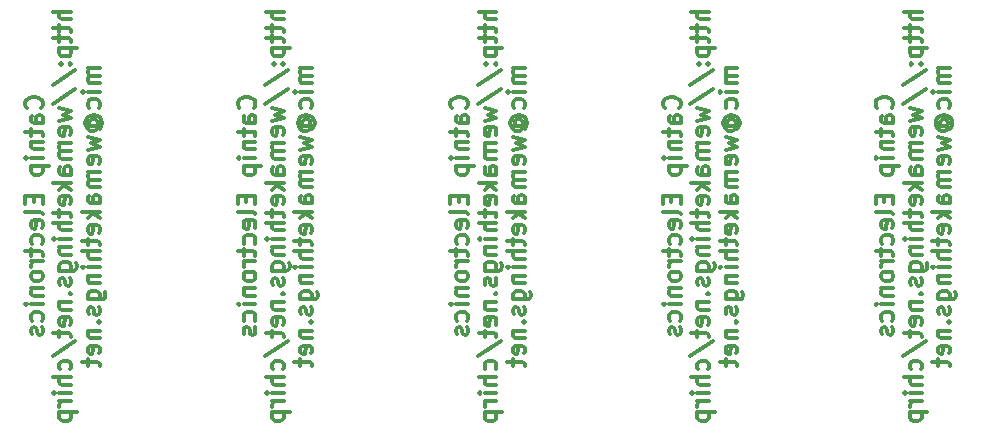
<source format=gbr>
G04 #@! TF.FileFunction,Legend,Bot*
%FSLAX46Y46*%
G04 Gerber Fmt 4.6, Leading zero omitted, Abs format (unit mm)*
G04 Created by KiCad (PCBNEW (2015-05-18 BZR 5668)-product) date Fri 05 Jun 2015 08:01:52 AM EEST*
%MOMM*%
G01*
G04 APERTURE LIST*
%ADD10C,0.100000*%
%ADD11C,0.300000*%
%ADD12R,1.727200X1.727200*%
%ADD13C,1.727200*%
G04 APERTURE END LIST*
D10*
D11*
X163835714Y-54157143D02*
X163907143Y-54085714D01*
X163978571Y-53871428D01*
X163978571Y-53728571D01*
X163907143Y-53514286D01*
X163764286Y-53371428D01*
X163621429Y-53300000D01*
X163335714Y-53228571D01*
X163121429Y-53228571D01*
X162835714Y-53300000D01*
X162692857Y-53371428D01*
X162550000Y-53514286D01*
X162478571Y-53728571D01*
X162478571Y-53871428D01*
X162550000Y-54085714D01*
X162621429Y-54157143D01*
X163978571Y-55442857D02*
X163192857Y-55442857D01*
X163050000Y-55371428D01*
X162978571Y-55228571D01*
X162978571Y-54942857D01*
X163050000Y-54800000D01*
X163907143Y-55442857D02*
X163978571Y-55300000D01*
X163978571Y-54942857D01*
X163907143Y-54800000D01*
X163764286Y-54728571D01*
X163621429Y-54728571D01*
X163478571Y-54800000D01*
X163407143Y-54942857D01*
X163407143Y-55300000D01*
X163335714Y-55442857D01*
X162978571Y-55942857D02*
X162978571Y-56514286D01*
X162478571Y-56157143D02*
X163764286Y-56157143D01*
X163907143Y-56228571D01*
X163978571Y-56371429D01*
X163978571Y-56514286D01*
X162978571Y-57014286D02*
X163978571Y-57014286D01*
X163121429Y-57014286D02*
X163050000Y-57085714D01*
X162978571Y-57228572D01*
X162978571Y-57442857D01*
X163050000Y-57585714D01*
X163192857Y-57657143D01*
X163978571Y-57657143D01*
X163978571Y-58371429D02*
X162978571Y-58371429D01*
X162478571Y-58371429D02*
X162550000Y-58300000D01*
X162621429Y-58371429D01*
X162550000Y-58442857D01*
X162478571Y-58371429D01*
X162621429Y-58371429D01*
X162978571Y-59085715D02*
X164478571Y-59085715D01*
X163050000Y-59085715D02*
X162978571Y-59228572D01*
X162978571Y-59514286D01*
X163050000Y-59657143D01*
X163121429Y-59728572D01*
X163264286Y-59800001D01*
X163692857Y-59800001D01*
X163835714Y-59728572D01*
X163907143Y-59657143D01*
X163978571Y-59514286D01*
X163978571Y-59228572D01*
X163907143Y-59085715D01*
X163192857Y-61585715D02*
X163192857Y-62085715D01*
X163978571Y-62300001D02*
X163978571Y-61585715D01*
X162478571Y-61585715D01*
X162478571Y-62300001D01*
X163978571Y-63157144D02*
X163907143Y-63014286D01*
X163764286Y-62942858D01*
X162478571Y-62942858D01*
X163907143Y-64300000D02*
X163978571Y-64157143D01*
X163978571Y-63871429D01*
X163907143Y-63728572D01*
X163764286Y-63657143D01*
X163192857Y-63657143D01*
X163050000Y-63728572D01*
X162978571Y-63871429D01*
X162978571Y-64157143D01*
X163050000Y-64300000D01*
X163192857Y-64371429D01*
X163335714Y-64371429D01*
X163478571Y-63657143D01*
X163907143Y-65657143D02*
X163978571Y-65514286D01*
X163978571Y-65228572D01*
X163907143Y-65085714D01*
X163835714Y-65014286D01*
X163692857Y-64942857D01*
X163264286Y-64942857D01*
X163121429Y-65014286D01*
X163050000Y-65085714D01*
X162978571Y-65228572D01*
X162978571Y-65514286D01*
X163050000Y-65657143D01*
X162978571Y-66085714D02*
X162978571Y-66657143D01*
X162478571Y-66300000D02*
X163764286Y-66300000D01*
X163907143Y-66371428D01*
X163978571Y-66514286D01*
X163978571Y-66657143D01*
X163978571Y-67157143D02*
X162978571Y-67157143D01*
X163264286Y-67157143D02*
X163121429Y-67228571D01*
X163050000Y-67300000D01*
X162978571Y-67442857D01*
X162978571Y-67585714D01*
X163978571Y-68300000D02*
X163907143Y-68157142D01*
X163835714Y-68085714D01*
X163692857Y-68014285D01*
X163264286Y-68014285D01*
X163121429Y-68085714D01*
X163050000Y-68157142D01*
X162978571Y-68300000D01*
X162978571Y-68514285D01*
X163050000Y-68657142D01*
X163121429Y-68728571D01*
X163264286Y-68800000D01*
X163692857Y-68800000D01*
X163835714Y-68728571D01*
X163907143Y-68657142D01*
X163978571Y-68514285D01*
X163978571Y-68300000D01*
X162978571Y-69442857D02*
X163978571Y-69442857D01*
X163121429Y-69442857D02*
X163050000Y-69514285D01*
X162978571Y-69657143D01*
X162978571Y-69871428D01*
X163050000Y-70014285D01*
X163192857Y-70085714D01*
X163978571Y-70085714D01*
X163978571Y-70800000D02*
X162978571Y-70800000D01*
X162478571Y-70800000D02*
X162550000Y-70728571D01*
X162621429Y-70800000D01*
X162550000Y-70871428D01*
X162478571Y-70800000D01*
X162621429Y-70800000D01*
X163907143Y-72157143D02*
X163978571Y-72014286D01*
X163978571Y-71728572D01*
X163907143Y-71585714D01*
X163835714Y-71514286D01*
X163692857Y-71442857D01*
X163264286Y-71442857D01*
X163121429Y-71514286D01*
X163050000Y-71585714D01*
X162978571Y-71728572D01*
X162978571Y-72014286D01*
X163050000Y-72157143D01*
X163907143Y-72728571D02*
X163978571Y-72871428D01*
X163978571Y-73157143D01*
X163907143Y-73300000D01*
X163764286Y-73371428D01*
X163692857Y-73371428D01*
X163550000Y-73300000D01*
X163478571Y-73157143D01*
X163478571Y-72942857D01*
X163407143Y-72800000D01*
X163264286Y-72728571D01*
X163192857Y-72728571D01*
X163050000Y-72800000D01*
X162978571Y-72942857D01*
X162978571Y-73157143D01*
X163050000Y-73300000D01*
X166378571Y-46014284D02*
X164878571Y-46014284D01*
X166378571Y-46657141D02*
X165592857Y-46657141D01*
X165450000Y-46585712D01*
X165378571Y-46442855D01*
X165378571Y-46228570D01*
X165450000Y-46085712D01*
X165521429Y-46014284D01*
X165378571Y-47157141D02*
X165378571Y-47728570D01*
X164878571Y-47371427D02*
X166164286Y-47371427D01*
X166307143Y-47442855D01*
X166378571Y-47585713D01*
X166378571Y-47728570D01*
X165378571Y-48014284D02*
X165378571Y-48585713D01*
X164878571Y-48228570D02*
X166164286Y-48228570D01*
X166307143Y-48299998D01*
X166378571Y-48442856D01*
X166378571Y-48585713D01*
X165378571Y-49085713D02*
X166878571Y-49085713D01*
X165450000Y-49085713D02*
X165378571Y-49228570D01*
X165378571Y-49514284D01*
X165450000Y-49657141D01*
X165521429Y-49728570D01*
X165664286Y-49799999D01*
X166092857Y-49799999D01*
X166235714Y-49728570D01*
X166307143Y-49657141D01*
X166378571Y-49514284D01*
X166378571Y-49228570D01*
X166307143Y-49085713D01*
X166235714Y-50442856D02*
X166307143Y-50514284D01*
X166378571Y-50442856D01*
X166307143Y-50371427D01*
X166235714Y-50442856D01*
X166378571Y-50442856D01*
X165450000Y-50442856D02*
X165521429Y-50514284D01*
X165592857Y-50442856D01*
X165521429Y-50371427D01*
X165450000Y-50442856D01*
X165592857Y-50442856D01*
X164807143Y-52228570D02*
X166735714Y-50942856D01*
X164807143Y-53799999D02*
X166735714Y-52514285D01*
X165378571Y-54157143D02*
X166378571Y-54442857D01*
X165664286Y-54728571D01*
X166378571Y-55014286D01*
X165378571Y-55300000D01*
X166307143Y-56442857D02*
X166378571Y-56300000D01*
X166378571Y-56014286D01*
X166307143Y-55871429D01*
X166164286Y-55800000D01*
X165592857Y-55800000D01*
X165450000Y-55871429D01*
X165378571Y-56014286D01*
X165378571Y-56300000D01*
X165450000Y-56442857D01*
X165592857Y-56514286D01*
X165735714Y-56514286D01*
X165878571Y-55800000D01*
X166378571Y-57157143D02*
X165378571Y-57157143D01*
X165521429Y-57157143D02*
X165450000Y-57228571D01*
X165378571Y-57371429D01*
X165378571Y-57585714D01*
X165450000Y-57728571D01*
X165592857Y-57800000D01*
X166378571Y-57800000D01*
X165592857Y-57800000D02*
X165450000Y-57871429D01*
X165378571Y-58014286D01*
X165378571Y-58228571D01*
X165450000Y-58371429D01*
X165592857Y-58442857D01*
X166378571Y-58442857D01*
X166378571Y-59800000D02*
X165592857Y-59800000D01*
X165450000Y-59728571D01*
X165378571Y-59585714D01*
X165378571Y-59300000D01*
X165450000Y-59157143D01*
X166307143Y-59800000D02*
X166378571Y-59657143D01*
X166378571Y-59300000D01*
X166307143Y-59157143D01*
X166164286Y-59085714D01*
X166021429Y-59085714D01*
X165878571Y-59157143D01*
X165807143Y-59300000D01*
X165807143Y-59657143D01*
X165735714Y-59800000D01*
X166378571Y-60514286D02*
X164878571Y-60514286D01*
X165807143Y-60657143D02*
X166378571Y-61085714D01*
X165378571Y-61085714D02*
X165950000Y-60514286D01*
X166307143Y-62300000D02*
X166378571Y-62157143D01*
X166378571Y-61871429D01*
X166307143Y-61728572D01*
X166164286Y-61657143D01*
X165592857Y-61657143D01*
X165450000Y-61728572D01*
X165378571Y-61871429D01*
X165378571Y-62157143D01*
X165450000Y-62300000D01*
X165592857Y-62371429D01*
X165735714Y-62371429D01*
X165878571Y-61657143D01*
X165378571Y-62800000D02*
X165378571Y-63371429D01*
X164878571Y-63014286D02*
X166164286Y-63014286D01*
X166307143Y-63085714D01*
X166378571Y-63228572D01*
X166378571Y-63371429D01*
X166378571Y-63871429D02*
X164878571Y-63871429D01*
X166378571Y-64514286D02*
X165592857Y-64514286D01*
X165450000Y-64442857D01*
X165378571Y-64300000D01*
X165378571Y-64085715D01*
X165450000Y-63942857D01*
X165521429Y-63871429D01*
X166378571Y-65228572D02*
X165378571Y-65228572D01*
X164878571Y-65228572D02*
X164950000Y-65157143D01*
X165021429Y-65228572D01*
X164950000Y-65300000D01*
X164878571Y-65228572D01*
X165021429Y-65228572D01*
X165378571Y-65942858D02*
X166378571Y-65942858D01*
X165521429Y-65942858D02*
X165450000Y-66014286D01*
X165378571Y-66157144D01*
X165378571Y-66371429D01*
X165450000Y-66514286D01*
X165592857Y-66585715D01*
X166378571Y-66585715D01*
X165378571Y-67942858D02*
X166592857Y-67942858D01*
X166735714Y-67871429D01*
X166807143Y-67800001D01*
X166878571Y-67657144D01*
X166878571Y-67442858D01*
X166807143Y-67300001D01*
X166307143Y-67942858D02*
X166378571Y-67800001D01*
X166378571Y-67514287D01*
X166307143Y-67371429D01*
X166235714Y-67300001D01*
X166092857Y-67228572D01*
X165664286Y-67228572D01*
X165521429Y-67300001D01*
X165450000Y-67371429D01*
X165378571Y-67514287D01*
X165378571Y-67800001D01*
X165450000Y-67942858D01*
X166307143Y-68585715D02*
X166378571Y-68728572D01*
X166378571Y-69014287D01*
X166307143Y-69157144D01*
X166164286Y-69228572D01*
X166092857Y-69228572D01*
X165950000Y-69157144D01*
X165878571Y-69014287D01*
X165878571Y-68800001D01*
X165807143Y-68657144D01*
X165664286Y-68585715D01*
X165592857Y-68585715D01*
X165450000Y-68657144D01*
X165378571Y-68800001D01*
X165378571Y-69014287D01*
X165450000Y-69157144D01*
X166235714Y-69871430D02*
X166307143Y-69942858D01*
X166378571Y-69871430D01*
X166307143Y-69800001D01*
X166235714Y-69871430D01*
X166378571Y-69871430D01*
X165378571Y-70585716D02*
X166378571Y-70585716D01*
X165521429Y-70585716D02*
X165450000Y-70657144D01*
X165378571Y-70800002D01*
X165378571Y-71014287D01*
X165450000Y-71157144D01*
X165592857Y-71228573D01*
X166378571Y-71228573D01*
X166307143Y-72514287D02*
X166378571Y-72371430D01*
X166378571Y-72085716D01*
X166307143Y-71942859D01*
X166164286Y-71871430D01*
X165592857Y-71871430D01*
X165450000Y-71942859D01*
X165378571Y-72085716D01*
X165378571Y-72371430D01*
X165450000Y-72514287D01*
X165592857Y-72585716D01*
X165735714Y-72585716D01*
X165878571Y-71871430D01*
X165378571Y-73014287D02*
X165378571Y-73585716D01*
X164878571Y-73228573D02*
X166164286Y-73228573D01*
X166307143Y-73300001D01*
X166378571Y-73442859D01*
X166378571Y-73585716D01*
X164807143Y-75157144D02*
X166735714Y-73871430D01*
X166307143Y-76300002D02*
X166378571Y-76157145D01*
X166378571Y-75871431D01*
X166307143Y-75728573D01*
X166235714Y-75657145D01*
X166092857Y-75585716D01*
X165664286Y-75585716D01*
X165521429Y-75657145D01*
X165450000Y-75728573D01*
X165378571Y-75871431D01*
X165378571Y-76157145D01*
X165450000Y-76300002D01*
X166378571Y-76942859D02*
X164878571Y-76942859D01*
X166378571Y-77585716D02*
X165592857Y-77585716D01*
X165450000Y-77514287D01*
X165378571Y-77371430D01*
X165378571Y-77157145D01*
X165450000Y-77014287D01*
X165521429Y-76942859D01*
X166378571Y-78300002D02*
X165378571Y-78300002D01*
X164878571Y-78300002D02*
X164950000Y-78228573D01*
X165021429Y-78300002D01*
X164950000Y-78371430D01*
X164878571Y-78300002D01*
X165021429Y-78300002D01*
X166378571Y-79014288D02*
X165378571Y-79014288D01*
X165664286Y-79014288D02*
X165521429Y-79085716D01*
X165450000Y-79157145D01*
X165378571Y-79300002D01*
X165378571Y-79442859D01*
X165378571Y-79942859D02*
X166878571Y-79942859D01*
X165450000Y-79942859D02*
X165378571Y-80085716D01*
X165378571Y-80371430D01*
X165450000Y-80514287D01*
X165521429Y-80585716D01*
X165664286Y-80657145D01*
X166092857Y-80657145D01*
X166235714Y-80585716D01*
X166307143Y-80514287D01*
X166378571Y-80371430D01*
X166378571Y-80085716D01*
X166307143Y-79942859D01*
X168778571Y-50800000D02*
X167778571Y-50800000D01*
X167921429Y-50800000D02*
X167850000Y-50871428D01*
X167778571Y-51014286D01*
X167778571Y-51228571D01*
X167850000Y-51371428D01*
X167992857Y-51442857D01*
X168778571Y-51442857D01*
X167992857Y-51442857D02*
X167850000Y-51514286D01*
X167778571Y-51657143D01*
X167778571Y-51871428D01*
X167850000Y-52014286D01*
X167992857Y-52085714D01*
X168778571Y-52085714D01*
X168778571Y-52800000D02*
X167778571Y-52800000D01*
X167278571Y-52800000D02*
X167350000Y-52728571D01*
X167421429Y-52800000D01*
X167350000Y-52871428D01*
X167278571Y-52800000D01*
X167421429Y-52800000D01*
X168707143Y-54157143D02*
X168778571Y-54014286D01*
X168778571Y-53728572D01*
X168707143Y-53585714D01*
X168635714Y-53514286D01*
X168492857Y-53442857D01*
X168064286Y-53442857D01*
X167921429Y-53514286D01*
X167850000Y-53585714D01*
X167778571Y-53728572D01*
X167778571Y-54014286D01*
X167850000Y-54157143D01*
X168064286Y-55728571D02*
X167992857Y-55657143D01*
X167921429Y-55514286D01*
X167921429Y-55371428D01*
X167992857Y-55228571D01*
X168064286Y-55157143D01*
X168207143Y-55085714D01*
X168350000Y-55085714D01*
X168492857Y-55157143D01*
X168564286Y-55228571D01*
X168635714Y-55371428D01*
X168635714Y-55514286D01*
X168564286Y-55657143D01*
X168492857Y-55728571D01*
X167921429Y-55728571D02*
X168492857Y-55728571D01*
X168564286Y-55800000D01*
X168564286Y-55871428D01*
X168492857Y-56014286D01*
X168350000Y-56085714D01*
X167992857Y-56085714D01*
X167778571Y-55942857D01*
X167635714Y-55728571D01*
X167564286Y-55442857D01*
X167635714Y-55157143D01*
X167778571Y-54942857D01*
X167992857Y-54800000D01*
X168278571Y-54728571D01*
X168564286Y-54800000D01*
X168778571Y-54942857D01*
X168921429Y-55157143D01*
X168992857Y-55442857D01*
X168921429Y-55728571D01*
X168778571Y-55942857D01*
X167778571Y-56585714D02*
X168778571Y-56871428D01*
X168064286Y-57157142D01*
X168778571Y-57442857D01*
X167778571Y-57728571D01*
X168707143Y-58871428D02*
X168778571Y-58728571D01*
X168778571Y-58442857D01*
X168707143Y-58300000D01*
X168564286Y-58228571D01*
X167992857Y-58228571D01*
X167850000Y-58300000D01*
X167778571Y-58442857D01*
X167778571Y-58728571D01*
X167850000Y-58871428D01*
X167992857Y-58942857D01*
X168135714Y-58942857D01*
X168278571Y-58228571D01*
X168778571Y-59585714D02*
X167778571Y-59585714D01*
X167921429Y-59585714D02*
X167850000Y-59657142D01*
X167778571Y-59800000D01*
X167778571Y-60014285D01*
X167850000Y-60157142D01*
X167992857Y-60228571D01*
X168778571Y-60228571D01*
X167992857Y-60228571D02*
X167850000Y-60300000D01*
X167778571Y-60442857D01*
X167778571Y-60657142D01*
X167850000Y-60800000D01*
X167992857Y-60871428D01*
X168778571Y-60871428D01*
X168778571Y-62228571D02*
X167992857Y-62228571D01*
X167850000Y-62157142D01*
X167778571Y-62014285D01*
X167778571Y-61728571D01*
X167850000Y-61585714D01*
X168707143Y-62228571D02*
X168778571Y-62085714D01*
X168778571Y-61728571D01*
X168707143Y-61585714D01*
X168564286Y-61514285D01*
X168421429Y-61514285D01*
X168278571Y-61585714D01*
X168207143Y-61728571D01*
X168207143Y-62085714D01*
X168135714Y-62228571D01*
X168778571Y-62942857D02*
X167278571Y-62942857D01*
X168207143Y-63085714D02*
X168778571Y-63514285D01*
X167778571Y-63514285D02*
X168350000Y-62942857D01*
X168707143Y-64728571D02*
X168778571Y-64585714D01*
X168778571Y-64300000D01*
X168707143Y-64157143D01*
X168564286Y-64085714D01*
X167992857Y-64085714D01*
X167850000Y-64157143D01*
X167778571Y-64300000D01*
X167778571Y-64585714D01*
X167850000Y-64728571D01*
X167992857Y-64800000D01*
X168135714Y-64800000D01*
X168278571Y-64085714D01*
X167778571Y-65228571D02*
X167778571Y-65800000D01*
X167278571Y-65442857D02*
X168564286Y-65442857D01*
X168707143Y-65514285D01*
X168778571Y-65657143D01*
X168778571Y-65800000D01*
X168778571Y-66300000D02*
X167278571Y-66300000D01*
X168778571Y-66942857D02*
X167992857Y-66942857D01*
X167850000Y-66871428D01*
X167778571Y-66728571D01*
X167778571Y-66514286D01*
X167850000Y-66371428D01*
X167921429Y-66300000D01*
X168778571Y-67657143D02*
X167778571Y-67657143D01*
X167278571Y-67657143D02*
X167350000Y-67585714D01*
X167421429Y-67657143D01*
X167350000Y-67728571D01*
X167278571Y-67657143D01*
X167421429Y-67657143D01*
X167778571Y-68371429D02*
X168778571Y-68371429D01*
X167921429Y-68371429D02*
X167850000Y-68442857D01*
X167778571Y-68585715D01*
X167778571Y-68800000D01*
X167850000Y-68942857D01*
X167992857Y-69014286D01*
X168778571Y-69014286D01*
X167778571Y-70371429D02*
X168992857Y-70371429D01*
X169135714Y-70300000D01*
X169207143Y-70228572D01*
X169278571Y-70085715D01*
X169278571Y-69871429D01*
X169207143Y-69728572D01*
X168707143Y-70371429D02*
X168778571Y-70228572D01*
X168778571Y-69942858D01*
X168707143Y-69800000D01*
X168635714Y-69728572D01*
X168492857Y-69657143D01*
X168064286Y-69657143D01*
X167921429Y-69728572D01*
X167850000Y-69800000D01*
X167778571Y-69942858D01*
X167778571Y-70228572D01*
X167850000Y-70371429D01*
X168707143Y-71014286D02*
X168778571Y-71157143D01*
X168778571Y-71442858D01*
X168707143Y-71585715D01*
X168564286Y-71657143D01*
X168492857Y-71657143D01*
X168350000Y-71585715D01*
X168278571Y-71442858D01*
X168278571Y-71228572D01*
X168207143Y-71085715D01*
X168064286Y-71014286D01*
X167992857Y-71014286D01*
X167850000Y-71085715D01*
X167778571Y-71228572D01*
X167778571Y-71442858D01*
X167850000Y-71585715D01*
X168635714Y-72300001D02*
X168707143Y-72371429D01*
X168778571Y-72300001D01*
X168707143Y-72228572D01*
X168635714Y-72300001D01*
X168778571Y-72300001D01*
X167778571Y-73014287D02*
X168778571Y-73014287D01*
X167921429Y-73014287D02*
X167850000Y-73085715D01*
X167778571Y-73228573D01*
X167778571Y-73442858D01*
X167850000Y-73585715D01*
X167992857Y-73657144D01*
X168778571Y-73657144D01*
X168707143Y-74942858D02*
X168778571Y-74800001D01*
X168778571Y-74514287D01*
X168707143Y-74371430D01*
X168564286Y-74300001D01*
X167992857Y-74300001D01*
X167850000Y-74371430D01*
X167778571Y-74514287D01*
X167778571Y-74800001D01*
X167850000Y-74942858D01*
X167992857Y-75014287D01*
X168135714Y-75014287D01*
X168278571Y-74300001D01*
X167778571Y-75442858D02*
X167778571Y-76014287D01*
X167278571Y-75657144D02*
X168564286Y-75657144D01*
X168707143Y-75728572D01*
X168778571Y-75871430D01*
X168778571Y-76014287D01*
X163835714Y-54157143D02*
X163907143Y-54085714D01*
X163978571Y-53871428D01*
X163978571Y-53728571D01*
X163907143Y-53514286D01*
X163764286Y-53371428D01*
X163621429Y-53300000D01*
X163335714Y-53228571D01*
X163121429Y-53228571D01*
X162835714Y-53300000D01*
X162692857Y-53371428D01*
X162550000Y-53514286D01*
X162478571Y-53728571D01*
X162478571Y-53871428D01*
X162550000Y-54085714D01*
X162621429Y-54157143D01*
X163978571Y-55442857D02*
X163192857Y-55442857D01*
X163050000Y-55371428D01*
X162978571Y-55228571D01*
X162978571Y-54942857D01*
X163050000Y-54800000D01*
X163907143Y-55442857D02*
X163978571Y-55300000D01*
X163978571Y-54942857D01*
X163907143Y-54800000D01*
X163764286Y-54728571D01*
X163621429Y-54728571D01*
X163478571Y-54800000D01*
X163407143Y-54942857D01*
X163407143Y-55300000D01*
X163335714Y-55442857D01*
X162978571Y-55942857D02*
X162978571Y-56514286D01*
X162478571Y-56157143D02*
X163764286Y-56157143D01*
X163907143Y-56228571D01*
X163978571Y-56371429D01*
X163978571Y-56514286D01*
X162978571Y-57014286D02*
X163978571Y-57014286D01*
X163121429Y-57014286D02*
X163050000Y-57085714D01*
X162978571Y-57228572D01*
X162978571Y-57442857D01*
X163050000Y-57585714D01*
X163192857Y-57657143D01*
X163978571Y-57657143D01*
X163978571Y-58371429D02*
X162978571Y-58371429D01*
X162478571Y-58371429D02*
X162550000Y-58300000D01*
X162621429Y-58371429D01*
X162550000Y-58442857D01*
X162478571Y-58371429D01*
X162621429Y-58371429D01*
X162978571Y-59085715D02*
X164478571Y-59085715D01*
X163050000Y-59085715D02*
X162978571Y-59228572D01*
X162978571Y-59514286D01*
X163050000Y-59657143D01*
X163121429Y-59728572D01*
X163264286Y-59800001D01*
X163692857Y-59800001D01*
X163835714Y-59728572D01*
X163907143Y-59657143D01*
X163978571Y-59514286D01*
X163978571Y-59228572D01*
X163907143Y-59085715D01*
X163192857Y-61585715D02*
X163192857Y-62085715D01*
X163978571Y-62300001D02*
X163978571Y-61585715D01*
X162478571Y-61585715D01*
X162478571Y-62300001D01*
X163978571Y-63157144D02*
X163907143Y-63014286D01*
X163764286Y-62942858D01*
X162478571Y-62942858D01*
X163907143Y-64300000D02*
X163978571Y-64157143D01*
X163978571Y-63871429D01*
X163907143Y-63728572D01*
X163764286Y-63657143D01*
X163192857Y-63657143D01*
X163050000Y-63728572D01*
X162978571Y-63871429D01*
X162978571Y-64157143D01*
X163050000Y-64300000D01*
X163192857Y-64371429D01*
X163335714Y-64371429D01*
X163478571Y-63657143D01*
X163907143Y-65657143D02*
X163978571Y-65514286D01*
X163978571Y-65228572D01*
X163907143Y-65085714D01*
X163835714Y-65014286D01*
X163692857Y-64942857D01*
X163264286Y-64942857D01*
X163121429Y-65014286D01*
X163050000Y-65085714D01*
X162978571Y-65228572D01*
X162978571Y-65514286D01*
X163050000Y-65657143D01*
X162978571Y-66085714D02*
X162978571Y-66657143D01*
X162478571Y-66300000D02*
X163764286Y-66300000D01*
X163907143Y-66371428D01*
X163978571Y-66514286D01*
X163978571Y-66657143D01*
X163978571Y-67157143D02*
X162978571Y-67157143D01*
X163264286Y-67157143D02*
X163121429Y-67228571D01*
X163050000Y-67300000D01*
X162978571Y-67442857D01*
X162978571Y-67585714D01*
X163978571Y-68300000D02*
X163907143Y-68157142D01*
X163835714Y-68085714D01*
X163692857Y-68014285D01*
X163264286Y-68014285D01*
X163121429Y-68085714D01*
X163050000Y-68157142D01*
X162978571Y-68300000D01*
X162978571Y-68514285D01*
X163050000Y-68657142D01*
X163121429Y-68728571D01*
X163264286Y-68800000D01*
X163692857Y-68800000D01*
X163835714Y-68728571D01*
X163907143Y-68657142D01*
X163978571Y-68514285D01*
X163978571Y-68300000D01*
X162978571Y-69442857D02*
X163978571Y-69442857D01*
X163121429Y-69442857D02*
X163050000Y-69514285D01*
X162978571Y-69657143D01*
X162978571Y-69871428D01*
X163050000Y-70014285D01*
X163192857Y-70085714D01*
X163978571Y-70085714D01*
X163978571Y-70800000D02*
X162978571Y-70800000D01*
X162478571Y-70800000D02*
X162550000Y-70728571D01*
X162621429Y-70800000D01*
X162550000Y-70871428D01*
X162478571Y-70800000D01*
X162621429Y-70800000D01*
X163907143Y-72157143D02*
X163978571Y-72014286D01*
X163978571Y-71728572D01*
X163907143Y-71585714D01*
X163835714Y-71514286D01*
X163692857Y-71442857D01*
X163264286Y-71442857D01*
X163121429Y-71514286D01*
X163050000Y-71585714D01*
X162978571Y-71728572D01*
X162978571Y-72014286D01*
X163050000Y-72157143D01*
X163907143Y-72728571D02*
X163978571Y-72871428D01*
X163978571Y-73157143D01*
X163907143Y-73300000D01*
X163764286Y-73371428D01*
X163692857Y-73371428D01*
X163550000Y-73300000D01*
X163478571Y-73157143D01*
X163478571Y-72942857D01*
X163407143Y-72800000D01*
X163264286Y-72728571D01*
X163192857Y-72728571D01*
X163050000Y-72800000D01*
X162978571Y-72942857D01*
X162978571Y-73157143D01*
X163050000Y-73300000D01*
X166378571Y-46014284D02*
X164878571Y-46014284D01*
X166378571Y-46657141D02*
X165592857Y-46657141D01*
X165450000Y-46585712D01*
X165378571Y-46442855D01*
X165378571Y-46228570D01*
X165450000Y-46085712D01*
X165521429Y-46014284D01*
X165378571Y-47157141D02*
X165378571Y-47728570D01*
X164878571Y-47371427D02*
X166164286Y-47371427D01*
X166307143Y-47442855D01*
X166378571Y-47585713D01*
X166378571Y-47728570D01*
X165378571Y-48014284D02*
X165378571Y-48585713D01*
X164878571Y-48228570D02*
X166164286Y-48228570D01*
X166307143Y-48299998D01*
X166378571Y-48442856D01*
X166378571Y-48585713D01*
X165378571Y-49085713D02*
X166878571Y-49085713D01*
X165450000Y-49085713D02*
X165378571Y-49228570D01*
X165378571Y-49514284D01*
X165450000Y-49657141D01*
X165521429Y-49728570D01*
X165664286Y-49799999D01*
X166092857Y-49799999D01*
X166235714Y-49728570D01*
X166307143Y-49657141D01*
X166378571Y-49514284D01*
X166378571Y-49228570D01*
X166307143Y-49085713D01*
X166235714Y-50442856D02*
X166307143Y-50514284D01*
X166378571Y-50442856D01*
X166307143Y-50371427D01*
X166235714Y-50442856D01*
X166378571Y-50442856D01*
X165450000Y-50442856D02*
X165521429Y-50514284D01*
X165592857Y-50442856D01*
X165521429Y-50371427D01*
X165450000Y-50442856D01*
X165592857Y-50442856D01*
X164807143Y-52228570D02*
X166735714Y-50942856D01*
X164807143Y-53799999D02*
X166735714Y-52514285D01*
X165378571Y-54157143D02*
X166378571Y-54442857D01*
X165664286Y-54728571D01*
X166378571Y-55014286D01*
X165378571Y-55300000D01*
X166307143Y-56442857D02*
X166378571Y-56300000D01*
X166378571Y-56014286D01*
X166307143Y-55871429D01*
X166164286Y-55800000D01*
X165592857Y-55800000D01*
X165450000Y-55871429D01*
X165378571Y-56014286D01*
X165378571Y-56300000D01*
X165450000Y-56442857D01*
X165592857Y-56514286D01*
X165735714Y-56514286D01*
X165878571Y-55800000D01*
X166378571Y-57157143D02*
X165378571Y-57157143D01*
X165521429Y-57157143D02*
X165450000Y-57228571D01*
X165378571Y-57371429D01*
X165378571Y-57585714D01*
X165450000Y-57728571D01*
X165592857Y-57800000D01*
X166378571Y-57800000D01*
X165592857Y-57800000D02*
X165450000Y-57871429D01*
X165378571Y-58014286D01*
X165378571Y-58228571D01*
X165450000Y-58371429D01*
X165592857Y-58442857D01*
X166378571Y-58442857D01*
X166378571Y-59800000D02*
X165592857Y-59800000D01*
X165450000Y-59728571D01*
X165378571Y-59585714D01*
X165378571Y-59300000D01*
X165450000Y-59157143D01*
X166307143Y-59800000D02*
X166378571Y-59657143D01*
X166378571Y-59300000D01*
X166307143Y-59157143D01*
X166164286Y-59085714D01*
X166021429Y-59085714D01*
X165878571Y-59157143D01*
X165807143Y-59300000D01*
X165807143Y-59657143D01*
X165735714Y-59800000D01*
X166378571Y-60514286D02*
X164878571Y-60514286D01*
X165807143Y-60657143D02*
X166378571Y-61085714D01*
X165378571Y-61085714D02*
X165950000Y-60514286D01*
X166307143Y-62300000D02*
X166378571Y-62157143D01*
X166378571Y-61871429D01*
X166307143Y-61728572D01*
X166164286Y-61657143D01*
X165592857Y-61657143D01*
X165450000Y-61728572D01*
X165378571Y-61871429D01*
X165378571Y-62157143D01*
X165450000Y-62300000D01*
X165592857Y-62371429D01*
X165735714Y-62371429D01*
X165878571Y-61657143D01*
X165378571Y-62800000D02*
X165378571Y-63371429D01*
X164878571Y-63014286D02*
X166164286Y-63014286D01*
X166307143Y-63085714D01*
X166378571Y-63228572D01*
X166378571Y-63371429D01*
X166378571Y-63871429D02*
X164878571Y-63871429D01*
X166378571Y-64514286D02*
X165592857Y-64514286D01*
X165450000Y-64442857D01*
X165378571Y-64300000D01*
X165378571Y-64085715D01*
X165450000Y-63942857D01*
X165521429Y-63871429D01*
X166378571Y-65228572D02*
X165378571Y-65228572D01*
X164878571Y-65228572D02*
X164950000Y-65157143D01*
X165021429Y-65228572D01*
X164950000Y-65300000D01*
X164878571Y-65228572D01*
X165021429Y-65228572D01*
X165378571Y-65942858D02*
X166378571Y-65942858D01*
X165521429Y-65942858D02*
X165450000Y-66014286D01*
X165378571Y-66157144D01*
X165378571Y-66371429D01*
X165450000Y-66514286D01*
X165592857Y-66585715D01*
X166378571Y-66585715D01*
X165378571Y-67942858D02*
X166592857Y-67942858D01*
X166735714Y-67871429D01*
X166807143Y-67800001D01*
X166878571Y-67657144D01*
X166878571Y-67442858D01*
X166807143Y-67300001D01*
X166307143Y-67942858D02*
X166378571Y-67800001D01*
X166378571Y-67514287D01*
X166307143Y-67371429D01*
X166235714Y-67300001D01*
X166092857Y-67228572D01*
X165664286Y-67228572D01*
X165521429Y-67300001D01*
X165450000Y-67371429D01*
X165378571Y-67514287D01*
X165378571Y-67800001D01*
X165450000Y-67942858D01*
X166307143Y-68585715D02*
X166378571Y-68728572D01*
X166378571Y-69014287D01*
X166307143Y-69157144D01*
X166164286Y-69228572D01*
X166092857Y-69228572D01*
X165950000Y-69157144D01*
X165878571Y-69014287D01*
X165878571Y-68800001D01*
X165807143Y-68657144D01*
X165664286Y-68585715D01*
X165592857Y-68585715D01*
X165450000Y-68657144D01*
X165378571Y-68800001D01*
X165378571Y-69014287D01*
X165450000Y-69157144D01*
X166235714Y-69871430D02*
X166307143Y-69942858D01*
X166378571Y-69871430D01*
X166307143Y-69800001D01*
X166235714Y-69871430D01*
X166378571Y-69871430D01*
X165378571Y-70585716D02*
X166378571Y-70585716D01*
X165521429Y-70585716D02*
X165450000Y-70657144D01*
X165378571Y-70800002D01*
X165378571Y-71014287D01*
X165450000Y-71157144D01*
X165592857Y-71228573D01*
X166378571Y-71228573D01*
X166307143Y-72514287D02*
X166378571Y-72371430D01*
X166378571Y-72085716D01*
X166307143Y-71942859D01*
X166164286Y-71871430D01*
X165592857Y-71871430D01*
X165450000Y-71942859D01*
X165378571Y-72085716D01*
X165378571Y-72371430D01*
X165450000Y-72514287D01*
X165592857Y-72585716D01*
X165735714Y-72585716D01*
X165878571Y-71871430D01*
X165378571Y-73014287D02*
X165378571Y-73585716D01*
X164878571Y-73228573D02*
X166164286Y-73228573D01*
X166307143Y-73300001D01*
X166378571Y-73442859D01*
X166378571Y-73585716D01*
X164807143Y-75157144D02*
X166735714Y-73871430D01*
X166307143Y-76300002D02*
X166378571Y-76157145D01*
X166378571Y-75871431D01*
X166307143Y-75728573D01*
X166235714Y-75657145D01*
X166092857Y-75585716D01*
X165664286Y-75585716D01*
X165521429Y-75657145D01*
X165450000Y-75728573D01*
X165378571Y-75871431D01*
X165378571Y-76157145D01*
X165450000Y-76300002D01*
X166378571Y-76942859D02*
X164878571Y-76942859D01*
X166378571Y-77585716D02*
X165592857Y-77585716D01*
X165450000Y-77514287D01*
X165378571Y-77371430D01*
X165378571Y-77157145D01*
X165450000Y-77014287D01*
X165521429Y-76942859D01*
X166378571Y-78300002D02*
X165378571Y-78300002D01*
X164878571Y-78300002D02*
X164950000Y-78228573D01*
X165021429Y-78300002D01*
X164950000Y-78371430D01*
X164878571Y-78300002D01*
X165021429Y-78300002D01*
X166378571Y-79014288D02*
X165378571Y-79014288D01*
X165664286Y-79014288D02*
X165521429Y-79085716D01*
X165450000Y-79157145D01*
X165378571Y-79300002D01*
X165378571Y-79442859D01*
X165378571Y-79942859D02*
X166878571Y-79942859D01*
X165450000Y-79942859D02*
X165378571Y-80085716D01*
X165378571Y-80371430D01*
X165450000Y-80514287D01*
X165521429Y-80585716D01*
X165664286Y-80657145D01*
X166092857Y-80657145D01*
X166235714Y-80585716D01*
X166307143Y-80514287D01*
X166378571Y-80371430D01*
X166378571Y-80085716D01*
X166307143Y-79942859D01*
X168778571Y-50800000D02*
X167778571Y-50800000D01*
X167921429Y-50800000D02*
X167850000Y-50871428D01*
X167778571Y-51014286D01*
X167778571Y-51228571D01*
X167850000Y-51371428D01*
X167992857Y-51442857D01*
X168778571Y-51442857D01*
X167992857Y-51442857D02*
X167850000Y-51514286D01*
X167778571Y-51657143D01*
X167778571Y-51871428D01*
X167850000Y-52014286D01*
X167992857Y-52085714D01*
X168778571Y-52085714D01*
X168778571Y-52800000D02*
X167778571Y-52800000D01*
X167278571Y-52800000D02*
X167350000Y-52728571D01*
X167421429Y-52800000D01*
X167350000Y-52871428D01*
X167278571Y-52800000D01*
X167421429Y-52800000D01*
X168707143Y-54157143D02*
X168778571Y-54014286D01*
X168778571Y-53728572D01*
X168707143Y-53585714D01*
X168635714Y-53514286D01*
X168492857Y-53442857D01*
X168064286Y-53442857D01*
X167921429Y-53514286D01*
X167850000Y-53585714D01*
X167778571Y-53728572D01*
X167778571Y-54014286D01*
X167850000Y-54157143D01*
X168064286Y-55728571D02*
X167992857Y-55657143D01*
X167921429Y-55514286D01*
X167921429Y-55371428D01*
X167992857Y-55228571D01*
X168064286Y-55157143D01*
X168207143Y-55085714D01*
X168350000Y-55085714D01*
X168492857Y-55157143D01*
X168564286Y-55228571D01*
X168635714Y-55371428D01*
X168635714Y-55514286D01*
X168564286Y-55657143D01*
X168492857Y-55728571D01*
X167921429Y-55728571D02*
X168492857Y-55728571D01*
X168564286Y-55800000D01*
X168564286Y-55871428D01*
X168492857Y-56014286D01*
X168350000Y-56085714D01*
X167992857Y-56085714D01*
X167778571Y-55942857D01*
X167635714Y-55728571D01*
X167564286Y-55442857D01*
X167635714Y-55157143D01*
X167778571Y-54942857D01*
X167992857Y-54800000D01*
X168278571Y-54728571D01*
X168564286Y-54800000D01*
X168778571Y-54942857D01*
X168921429Y-55157143D01*
X168992857Y-55442857D01*
X168921429Y-55728571D01*
X168778571Y-55942857D01*
X167778571Y-56585714D02*
X168778571Y-56871428D01*
X168064286Y-57157142D01*
X168778571Y-57442857D01*
X167778571Y-57728571D01*
X168707143Y-58871428D02*
X168778571Y-58728571D01*
X168778571Y-58442857D01*
X168707143Y-58300000D01*
X168564286Y-58228571D01*
X167992857Y-58228571D01*
X167850000Y-58300000D01*
X167778571Y-58442857D01*
X167778571Y-58728571D01*
X167850000Y-58871428D01*
X167992857Y-58942857D01*
X168135714Y-58942857D01*
X168278571Y-58228571D01*
X168778571Y-59585714D02*
X167778571Y-59585714D01*
X167921429Y-59585714D02*
X167850000Y-59657142D01*
X167778571Y-59800000D01*
X167778571Y-60014285D01*
X167850000Y-60157142D01*
X167992857Y-60228571D01*
X168778571Y-60228571D01*
X167992857Y-60228571D02*
X167850000Y-60300000D01*
X167778571Y-60442857D01*
X167778571Y-60657142D01*
X167850000Y-60800000D01*
X167992857Y-60871428D01*
X168778571Y-60871428D01*
X168778571Y-62228571D02*
X167992857Y-62228571D01*
X167850000Y-62157142D01*
X167778571Y-62014285D01*
X167778571Y-61728571D01*
X167850000Y-61585714D01*
X168707143Y-62228571D02*
X168778571Y-62085714D01*
X168778571Y-61728571D01*
X168707143Y-61585714D01*
X168564286Y-61514285D01*
X168421429Y-61514285D01*
X168278571Y-61585714D01*
X168207143Y-61728571D01*
X168207143Y-62085714D01*
X168135714Y-62228571D01*
X168778571Y-62942857D02*
X167278571Y-62942857D01*
X168207143Y-63085714D02*
X168778571Y-63514285D01*
X167778571Y-63514285D02*
X168350000Y-62942857D01*
X168707143Y-64728571D02*
X168778571Y-64585714D01*
X168778571Y-64300000D01*
X168707143Y-64157143D01*
X168564286Y-64085714D01*
X167992857Y-64085714D01*
X167850000Y-64157143D01*
X167778571Y-64300000D01*
X167778571Y-64585714D01*
X167850000Y-64728571D01*
X167992857Y-64800000D01*
X168135714Y-64800000D01*
X168278571Y-64085714D01*
X167778571Y-65228571D02*
X167778571Y-65800000D01*
X167278571Y-65442857D02*
X168564286Y-65442857D01*
X168707143Y-65514285D01*
X168778571Y-65657143D01*
X168778571Y-65800000D01*
X168778571Y-66300000D02*
X167278571Y-66300000D01*
X168778571Y-66942857D02*
X167992857Y-66942857D01*
X167850000Y-66871428D01*
X167778571Y-66728571D01*
X167778571Y-66514286D01*
X167850000Y-66371428D01*
X167921429Y-66300000D01*
X168778571Y-67657143D02*
X167778571Y-67657143D01*
X167278571Y-67657143D02*
X167350000Y-67585714D01*
X167421429Y-67657143D01*
X167350000Y-67728571D01*
X167278571Y-67657143D01*
X167421429Y-67657143D01*
X167778571Y-68371429D02*
X168778571Y-68371429D01*
X167921429Y-68371429D02*
X167850000Y-68442857D01*
X167778571Y-68585715D01*
X167778571Y-68800000D01*
X167850000Y-68942857D01*
X167992857Y-69014286D01*
X168778571Y-69014286D01*
X167778571Y-70371429D02*
X168992857Y-70371429D01*
X169135714Y-70300000D01*
X169207143Y-70228572D01*
X169278571Y-70085715D01*
X169278571Y-69871429D01*
X169207143Y-69728572D01*
X168707143Y-70371429D02*
X168778571Y-70228572D01*
X168778571Y-69942858D01*
X168707143Y-69800000D01*
X168635714Y-69728572D01*
X168492857Y-69657143D01*
X168064286Y-69657143D01*
X167921429Y-69728572D01*
X167850000Y-69800000D01*
X167778571Y-69942858D01*
X167778571Y-70228572D01*
X167850000Y-70371429D01*
X168707143Y-71014286D02*
X168778571Y-71157143D01*
X168778571Y-71442858D01*
X168707143Y-71585715D01*
X168564286Y-71657143D01*
X168492857Y-71657143D01*
X168350000Y-71585715D01*
X168278571Y-71442858D01*
X168278571Y-71228572D01*
X168207143Y-71085715D01*
X168064286Y-71014286D01*
X167992857Y-71014286D01*
X167850000Y-71085715D01*
X167778571Y-71228572D01*
X167778571Y-71442858D01*
X167850000Y-71585715D01*
X168635714Y-72300001D02*
X168707143Y-72371429D01*
X168778571Y-72300001D01*
X168707143Y-72228572D01*
X168635714Y-72300001D01*
X168778571Y-72300001D01*
X167778571Y-73014287D02*
X168778571Y-73014287D01*
X167921429Y-73014287D02*
X167850000Y-73085715D01*
X167778571Y-73228573D01*
X167778571Y-73442858D01*
X167850000Y-73585715D01*
X167992857Y-73657144D01*
X168778571Y-73657144D01*
X168707143Y-74942858D02*
X168778571Y-74800001D01*
X168778571Y-74514287D01*
X168707143Y-74371430D01*
X168564286Y-74300001D01*
X167992857Y-74300001D01*
X167850000Y-74371430D01*
X167778571Y-74514287D01*
X167778571Y-74800001D01*
X167850000Y-74942858D01*
X167992857Y-75014287D01*
X168135714Y-75014287D01*
X168278571Y-74300001D01*
X167778571Y-75442858D02*
X167778571Y-76014287D01*
X167278571Y-75657144D02*
X168564286Y-75657144D01*
X168707143Y-75728572D01*
X168778571Y-75871430D01*
X168778571Y-76014287D01*
X145835714Y-54157143D02*
X145907143Y-54085714D01*
X145978571Y-53871428D01*
X145978571Y-53728571D01*
X145907143Y-53514286D01*
X145764286Y-53371428D01*
X145621429Y-53300000D01*
X145335714Y-53228571D01*
X145121429Y-53228571D01*
X144835714Y-53300000D01*
X144692857Y-53371428D01*
X144550000Y-53514286D01*
X144478571Y-53728571D01*
X144478571Y-53871428D01*
X144550000Y-54085714D01*
X144621429Y-54157143D01*
X145978571Y-55442857D02*
X145192857Y-55442857D01*
X145050000Y-55371428D01*
X144978571Y-55228571D01*
X144978571Y-54942857D01*
X145050000Y-54800000D01*
X145907143Y-55442857D02*
X145978571Y-55300000D01*
X145978571Y-54942857D01*
X145907143Y-54800000D01*
X145764286Y-54728571D01*
X145621429Y-54728571D01*
X145478571Y-54800000D01*
X145407143Y-54942857D01*
X145407143Y-55300000D01*
X145335714Y-55442857D01*
X144978571Y-55942857D02*
X144978571Y-56514286D01*
X144478571Y-56157143D02*
X145764286Y-56157143D01*
X145907143Y-56228571D01*
X145978571Y-56371429D01*
X145978571Y-56514286D01*
X144978571Y-57014286D02*
X145978571Y-57014286D01*
X145121429Y-57014286D02*
X145050000Y-57085714D01*
X144978571Y-57228572D01*
X144978571Y-57442857D01*
X145050000Y-57585714D01*
X145192857Y-57657143D01*
X145978571Y-57657143D01*
X145978571Y-58371429D02*
X144978571Y-58371429D01*
X144478571Y-58371429D02*
X144550000Y-58300000D01*
X144621429Y-58371429D01*
X144550000Y-58442857D01*
X144478571Y-58371429D01*
X144621429Y-58371429D01*
X144978571Y-59085715D02*
X146478571Y-59085715D01*
X145050000Y-59085715D02*
X144978571Y-59228572D01*
X144978571Y-59514286D01*
X145050000Y-59657143D01*
X145121429Y-59728572D01*
X145264286Y-59800001D01*
X145692857Y-59800001D01*
X145835714Y-59728572D01*
X145907143Y-59657143D01*
X145978571Y-59514286D01*
X145978571Y-59228572D01*
X145907143Y-59085715D01*
X145192857Y-61585715D02*
X145192857Y-62085715D01*
X145978571Y-62300001D02*
X145978571Y-61585715D01*
X144478571Y-61585715D01*
X144478571Y-62300001D01*
X145978571Y-63157144D02*
X145907143Y-63014286D01*
X145764286Y-62942858D01*
X144478571Y-62942858D01*
X145907143Y-64300000D02*
X145978571Y-64157143D01*
X145978571Y-63871429D01*
X145907143Y-63728572D01*
X145764286Y-63657143D01*
X145192857Y-63657143D01*
X145050000Y-63728572D01*
X144978571Y-63871429D01*
X144978571Y-64157143D01*
X145050000Y-64300000D01*
X145192857Y-64371429D01*
X145335714Y-64371429D01*
X145478571Y-63657143D01*
X145907143Y-65657143D02*
X145978571Y-65514286D01*
X145978571Y-65228572D01*
X145907143Y-65085714D01*
X145835714Y-65014286D01*
X145692857Y-64942857D01*
X145264286Y-64942857D01*
X145121429Y-65014286D01*
X145050000Y-65085714D01*
X144978571Y-65228572D01*
X144978571Y-65514286D01*
X145050000Y-65657143D01*
X144978571Y-66085714D02*
X144978571Y-66657143D01*
X144478571Y-66300000D02*
X145764286Y-66300000D01*
X145907143Y-66371428D01*
X145978571Y-66514286D01*
X145978571Y-66657143D01*
X145978571Y-67157143D02*
X144978571Y-67157143D01*
X145264286Y-67157143D02*
X145121429Y-67228571D01*
X145050000Y-67300000D01*
X144978571Y-67442857D01*
X144978571Y-67585714D01*
X145978571Y-68300000D02*
X145907143Y-68157142D01*
X145835714Y-68085714D01*
X145692857Y-68014285D01*
X145264286Y-68014285D01*
X145121429Y-68085714D01*
X145050000Y-68157142D01*
X144978571Y-68300000D01*
X144978571Y-68514285D01*
X145050000Y-68657142D01*
X145121429Y-68728571D01*
X145264286Y-68800000D01*
X145692857Y-68800000D01*
X145835714Y-68728571D01*
X145907143Y-68657142D01*
X145978571Y-68514285D01*
X145978571Y-68300000D01*
X144978571Y-69442857D02*
X145978571Y-69442857D01*
X145121429Y-69442857D02*
X145050000Y-69514285D01*
X144978571Y-69657143D01*
X144978571Y-69871428D01*
X145050000Y-70014285D01*
X145192857Y-70085714D01*
X145978571Y-70085714D01*
X145978571Y-70800000D02*
X144978571Y-70800000D01*
X144478571Y-70800000D02*
X144550000Y-70728571D01*
X144621429Y-70800000D01*
X144550000Y-70871428D01*
X144478571Y-70800000D01*
X144621429Y-70800000D01*
X145907143Y-72157143D02*
X145978571Y-72014286D01*
X145978571Y-71728572D01*
X145907143Y-71585714D01*
X145835714Y-71514286D01*
X145692857Y-71442857D01*
X145264286Y-71442857D01*
X145121429Y-71514286D01*
X145050000Y-71585714D01*
X144978571Y-71728572D01*
X144978571Y-72014286D01*
X145050000Y-72157143D01*
X145907143Y-72728571D02*
X145978571Y-72871428D01*
X145978571Y-73157143D01*
X145907143Y-73300000D01*
X145764286Y-73371428D01*
X145692857Y-73371428D01*
X145550000Y-73300000D01*
X145478571Y-73157143D01*
X145478571Y-72942857D01*
X145407143Y-72800000D01*
X145264286Y-72728571D01*
X145192857Y-72728571D01*
X145050000Y-72800000D01*
X144978571Y-72942857D01*
X144978571Y-73157143D01*
X145050000Y-73300000D01*
X148378571Y-46014284D02*
X146878571Y-46014284D01*
X148378571Y-46657141D02*
X147592857Y-46657141D01*
X147450000Y-46585712D01*
X147378571Y-46442855D01*
X147378571Y-46228570D01*
X147450000Y-46085712D01*
X147521429Y-46014284D01*
X147378571Y-47157141D02*
X147378571Y-47728570D01*
X146878571Y-47371427D02*
X148164286Y-47371427D01*
X148307143Y-47442855D01*
X148378571Y-47585713D01*
X148378571Y-47728570D01*
X147378571Y-48014284D02*
X147378571Y-48585713D01*
X146878571Y-48228570D02*
X148164286Y-48228570D01*
X148307143Y-48299998D01*
X148378571Y-48442856D01*
X148378571Y-48585713D01*
X147378571Y-49085713D02*
X148878571Y-49085713D01*
X147450000Y-49085713D02*
X147378571Y-49228570D01*
X147378571Y-49514284D01*
X147450000Y-49657141D01*
X147521429Y-49728570D01*
X147664286Y-49799999D01*
X148092857Y-49799999D01*
X148235714Y-49728570D01*
X148307143Y-49657141D01*
X148378571Y-49514284D01*
X148378571Y-49228570D01*
X148307143Y-49085713D01*
X148235714Y-50442856D02*
X148307143Y-50514284D01*
X148378571Y-50442856D01*
X148307143Y-50371427D01*
X148235714Y-50442856D01*
X148378571Y-50442856D01*
X147450000Y-50442856D02*
X147521429Y-50514284D01*
X147592857Y-50442856D01*
X147521429Y-50371427D01*
X147450000Y-50442856D01*
X147592857Y-50442856D01*
X146807143Y-52228570D02*
X148735714Y-50942856D01*
X146807143Y-53799999D02*
X148735714Y-52514285D01*
X147378571Y-54157143D02*
X148378571Y-54442857D01*
X147664286Y-54728571D01*
X148378571Y-55014286D01*
X147378571Y-55300000D01*
X148307143Y-56442857D02*
X148378571Y-56300000D01*
X148378571Y-56014286D01*
X148307143Y-55871429D01*
X148164286Y-55800000D01*
X147592857Y-55800000D01*
X147450000Y-55871429D01*
X147378571Y-56014286D01*
X147378571Y-56300000D01*
X147450000Y-56442857D01*
X147592857Y-56514286D01*
X147735714Y-56514286D01*
X147878571Y-55800000D01*
X148378571Y-57157143D02*
X147378571Y-57157143D01*
X147521429Y-57157143D02*
X147450000Y-57228571D01*
X147378571Y-57371429D01*
X147378571Y-57585714D01*
X147450000Y-57728571D01*
X147592857Y-57800000D01*
X148378571Y-57800000D01*
X147592857Y-57800000D02*
X147450000Y-57871429D01*
X147378571Y-58014286D01*
X147378571Y-58228571D01*
X147450000Y-58371429D01*
X147592857Y-58442857D01*
X148378571Y-58442857D01*
X148378571Y-59800000D02*
X147592857Y-59800000D01*
X147450000Y-59728571D01*
X147378571Y-59585714D01*
X147378571Y-59300000D01*
X147450000Y-59157143D01*
X148307143Y-59800000D02*
X148378571Y-59657143D01*
X148378571Y-59300000D01*
X148307143Y-59157143D01*
X148164286Y-59085714D01*
X148021429Y-59085714D01*
X147878571Y-59157143D01*
X147807143Y-59300000D01*
X147807143Y-59657143D01*
X147735714Y-59800000D01*
X148378571Y-60514286D02*
X146878571Y-60514286D01*
X147807143Y-60657143D02*
X148378571Y-61085714D01*
X147378571Y-61085714D02*
X147950000Y-60514286D01*
X148307143Y-62300000D02*
X148378571Y-62157143D01*
X148378571Y-61871429D01*
X148307143Y-61728572D01*
X148164286Y-61657143D01*
X147592857Y-61657143D01*
X147450000Y-61728572D01*
X147378571Y-61871429D01*
X147378571Y-62157143D01*
X147450000Y-62300000D01*
X147592857Y-62371429D01*
X147735714Y-62371429D01*
X147878571Y-61657143D01*
X147378571Y-62800000D02*
X147378571Y-63371429D01*
X146878571Y-63014286D02*
X148164286Y-63014286D01*
X148307143Y-63085714D01*
X148378571Y-63228572D01*
X148378571Y-63371429D01*
X148378571Y-63871429D02*
X146878571Y-63871429D01*
X148378571Y-64514286D02*
X147592857Y-64514286D01*
X147450000Y-64442857D01*
X147378571Y-64300000D01*
X147378571Y-64085715D01*
X147450000Y-63942857D01*
X147521429Y-63871429D01*
X148378571Y-65228572D02*
X147378571Y-65228572D01*
X146878571Y-65228572D02*
X146950000Y-65157143D01*
X147021429Y-65228572D01*
X146950000Y-65300000D01*
X146878571Y-65228572D01*
X147021429Y-65228572D01*
X147378571Y-65942858D02*
X148378571Y-65942858D01*
X147521429Y-65942858D02*
X147450000Y-66014286D01*
X147378571Y-66157144D01*
X147378571Y-66371429D01*
X147450000Y-66514286D01*
X147592857Y-66585715D01*
X148378571Y-66585715D01*
X147378571Y-67942858D02*
X148592857Y-67942858D01*
X148735714Y-67871429D01*
X148807143Y-67800001D01*
X148878571Y-67657144D01*
X148878571Y-67442858D01*
X148807143Y-67300001D01*
X148307143Y-67942858D02*
X148378571Y-67800001D01*
X148378571Y-67514287D01*
X148307143Y-67371429D01*
X148235714Y-67300001D01*
X148092857Y-67228572D01*
X147664286Y-67228572D01*
X147521429Y-67300001D01*
X147450000Y-67371429D01*
X147378571Y-67514287D01*
X147378571Y-67800001D01*
X147450000Y-67942858D01*
X148307143Y-68585715D02*
X148378571Y-68728572D01*
X148378571Y-69014287D01*
X148307143Y-69157144D01*
X148164286Y-69228572D01*
X148092857Y-69228572D01*
X147950000Y-69157144D01*
X147878571Y-69014287D01*
X147878571Y-68800001D01*
X147807143Y-68657144D01*
X147664286Y-68585715D01*
X147592857Y-68585715D01*
X147450000Y-68657144D01*
X147378571Y-68800001D01*
X147378571Y-69014287D01*
X147450000Y-69157144D01*
X148235714Y-69871430D02*
X148307143Y-69942858D01*
X148378571Y-69871430D01*
X148307143Y-69800001D01*
X148235714Y-69871430D01*
X148378571Y-69871430D01*
X147378571Y-70585716D02*
X148378571Y-70585716D01*
X147521429Y-70585716D02*
X147450000Y-70657144D01*
X147378571Y-70800002D01*
X147378571Y-71014287D01*
X147450000Y-71157144D01*
X147592857Y-71228573D01*
X148378571Y-71228573D01*
X148307143Y-72514287D02*
X148378571Y-72371430D01*
X148378571Y-72085716D01*
X148307143Y-71942859D01*
X148164286Y-71871430D01*
X147592857Y-71871430D01*
X147450000Y-71942859D01*
X147378571Y-72085716D01*
X147378571Y-72371430D01*
X147450000Y-72514287D01*
X147592857Y-72585716D01*
X147735714Y-72585716D01*
X147878571Y-71871430D01*
X147378571Y-73014287D02*
X147378571Y-73585716D01*
X146878571Y-73228573D02*
X148164286Y-73228573D01*
X148307143Y-73300001D01*
X148378571Y-73442859D01*
X148378571Y-73585716D01*
X146807143Y-75157144D02*
X148735714Y-73871430D01*
X148307143Y-76300002D02*
X148378571Y-76157145D01*
X148378571Y-75871431D01*
X148307143Y-75728573D01*
X148235714Y-75657145D01*
X148092857Y-75585716D01*
X147664286Y-75585716D01*
X147521429Y-75657145D01*
X147450000Y-75728573D01*
X147378571Y-75871431D01*
X147378571Y-76157145D01*
X147450000Y-76300002D01*
X148378571Y-76942859D02*
X146878571Y-76942859D01*
X148378571Y-77585716D02*
X147592857Y-77585716D01*
X147450000Y-77514287D01*
X147378571Y-77371430D01*
X147378571Y-77157145D01*
X147450000Y-77014287D01*
X147521429Y-76942859D01*
X148378571Y-78300002D02*
X147378571Y-78300002D01*
X146878571Y-78300002D02*
X146950000Y-78228573D01*
X147021429Y-78300002D01*
X146950000Y-78371430D01*
X146878571Y-78300002D01*
X147021429Y-78300002D01*
X148378571Y-79014288D02*
X147378571Y-79014288D01*
X147664286Y-79014288D02*
X147521429Y-79085716D01*
X147450000Y-79157145D01*
X147378571Y-79300002D01*
X147378571Y-79442859D01*
X147378571Y-79942859D02*
X148878571Y-79942859D01*
X147450000Y-79942859D02*
X147378571Y-80085716D01*
X147378571Y-80371430D01*
X147450000Y-80514287D01*
X147521429Y-80585716D01*
X147664286Y-80657145D01*
X148092857Y-80657145D01*
X148235714Y-80585716D01*
X148307143Y-80514287D01*
X148378571Y-80371430D01*
X148378571Y-80085716D01*
X148307143Y-79942859D01*
X150778571Y-50800000D02*
X149778571Y-50800000D01*
X149921429Y-50800000D02*
X149850000Y-50871428D01*
X149778571Y-51014286D01*
X149778571Y-51228571D01*
X149850000Y-51371428D01*
X149992857Y-51442857D01*
X150778571Y-51442857D01*
X149992857Y-51442857D02*
X149850000Y-51514286D01*
X149778571Y-51657143D01*
X149778571Y-51871428D01*
X149850000Y-52014286D01*
X149992857Y-52085714D01*
X150778571Y-52085714D01*
X150778571Y-52800000D02*
X149778571Y-52800000D01*
X149278571Y-52800000D02*
X149350000Y-52728571D01*
X149421429Y-52800000D01*
X149350000Y-52871428D01*
X149278571Y-52800000D01*
X149421429Y-52800000D01*
X150707143Y-54157143D02*
X150778571Y-54014286D01*
X150778571Y-53728572D01*
X150707143Y-53585714D01*
X150635714Y-53514286D01*
X150492857Y-53442857D01*
X150064286Y-53442857D01*
X149921429Y-53514286D01*
X149850000Y-53585714D01*
X149778571Y-53728572D01*
X149778571Y-54014286D01*
X149850000Y-54157143D01*
X150064286Y-55728571D02*
X149992857Y-55657143D01*
X149921429Y-55514286D01*
X149921429Y-55371428D01*
X149992857Y-55228571D01*
X150064286Y-55157143D01*
X150207143Y-55085714D01*
X150350000Y-55085714D01*
X150492857Y-55157143D01*
X150564286Y-55228571D01*
X150635714Y-55371428D01*
X150635714Y-55514286D01*
X150564286Y-55657143D01*
X150492857Y-55728571D01*
X149921429Y-55728571D02*
X150492857Y-55728571D01*
X150564286Y-55800000D01*
X150564286Y-55871428D01*
X150492857Y-56014286D01*
X150350000Y-56085714D01*
X149992857Y-56085714D01*
X149778571Y-55942857D01*
X149635714Y-55728571D01*
X149564286Y-55442857D01*
X149635714Y-55157143D01*
X149778571Y-54942857D01*
X149992857Y-54800000D01*
X150278571Y-54728571D01*
X150564286Y-54800000D01*
X150778571Y-54942857D01*
X150921429Y-55157143D01*
X150992857Y-55442857D01*
X150921429Y-55728571D01*
X150778571Y-55942857D01*
X149778571Y-56585714D02*
X150778571Y-56871428D01*
X150064286Y-57157142D01*
X150778571Y-57442857D01*
X149778571Y-57728571D01*
X150707143Y-58871428D02*
X150778571Y-58728571D01*
X150778571Y-58442857D01*
X150707143Y-58300000D01*
X150564286Y-58228571D01*
X149992857Y-58228571D01*
X149850000Y-58300000D01*
X149778571Y-58442857D01*
X149778571Y-58728571D01*
X149850000Y-58871428D01*
X149992857Y-58942857D01*
X150135714Y-58942857D01*
X150278571Y-58228571D01*
X150778571Y-59585714D02*
X149778571Y-59585714D01*
X149921429Y-59585714D02*
X149850000Y-59657142D01*
X149778571Y-59800000D01*
X149778571Y-60014285D01*
X149850000Y-60157142D01*
X149992857Y-60228571D01*
X150778571Y-60228571D01*
X149992857Y-60228571D02*
X149850000Y-60300000D01*
X149778571Y-60442857D01*
X149778571Y-60657142D01*
X149850000Y-60800000D01*
X149992857Y-60871428D01*
X150778571Y-60871428D01*
X150778571Y-62228571D02*
X149992857Y-62228571D01*
X149850000Y-62157142D01*
X149778571Y-62014285D01*
X149778571Y-61728571D01*
X149850000Y-61585714D01*
X150707143Y-62228571D02*
X150778571Y-62085714D01*
X150778571Y-61728571D01*
X150707143Y-61585714D01*
X150564286Y-61514285D01*
X150421429Y-61514285D01*
X150278571Y-61585714D01*
X150207143Y-61728571D01*
X150207143Y-62085714D01*
X150135714Y-62228571D01*
X150778571Y-62942857D02*
X149278571Y-62942857D01*
X150207143Y-63085714D02*
X150778571Y-63514285D01*
X149778571Y-63514285D02*
X150350000Y-62942857D01*
X150707143Y-64728571D02*
X150778571Y-64585714D01*
X150778571Y-64300000D01*
X150707143Y-64157143D01*
X150564286Y-64085714D01*
X149992857Y-64085714D01*
X149850000Y-64157143D01*
X149778571Y-64300000D01*
X149778571Y-64585714D01*
X149850000Y-64728571D01*
X149992857Y-64800000D01*
X150135714Y-64800000D01*
X150278571Y-64085714D01*
X149778571Y-65228571D02*
X149778571Y-65800000D01*
X149278571Y-65442857D02*
X150564286Y-65442857D01*
X150707143Y-65514285D01*
X150778571Y-65657143D01*
X150778571Y-65800000D01*
X150778571Y-66300000D02*
X149278571Y-66300000D01*
X150778571Y-66942857D02*
X149992857Y-66942857D01*
X149850000Y-66871428D01*
X149778571Y-66728571D01*
X149778571Y-66514286D01*
X149850000Y-66371428D01*
X149921429Y-66300000D01*
X150778571Y-67657143D02*
X149778571Y-67657143D01*
X149278571Y-67657143D02*
X149350000Y-67585714D01*
X149421429Y-67657143D01*
X149350000Y-67728571D01*
X149278571Y-67657143D01*
X149421429Y-67657143D01*
X149778571Y-68371429D02*
X150778571Y-68371429D01*
X149921429Y-68371429D02*
X149850000Y-68442857D01*
X149778571Y-68585715D01*
X149778571Y-68800000D01*
X149850000Y-68942857D01*
X149992857Y-69014286D01*
X150778571Y-69014286D01*
X149778571Y-70371429D02*
X150992857Y-70371429D01*
X151135714Y-70300000D01*
X151207143Y-70228572D01*
X151278571Y-70085715D01*
X151278571Y-69871429D01*
X151207143Y-69728572D01*
X150707143Y-70371429D02*
X150778571Y-70228572D01*
X150778571Y-69942858D01*
X150707143Y-69800000D01*
X150635714Y-69728572D01*
X150492857Y-69657143D01*
X150064286Y-69657143D01*
X149921429Y-69728572D01*
X149850000Y-69800000D01*
X149778571Y-69942858D01*
X149778571Y-70228572D01*
X149850000Y-70371429D01*
X150707143Y-71014286D02*
X150778571Y-71157143D01*
X150778571Y-71442858D01*
X150707143Y-71585715D01*
X150564286Y-71657143D01*
X150492857Y-71657143D01*
X150350000Y-71585715D01*
X150278571Y-71442858D01*
X150278571Y-71228572D01*
X150207143Y-71085715D01*
X150064286Y-71014286D01*
X149992857Y-71014286D01*
X149850000Y-71085715D01*
X149778571Y-71228572D01*
X149778571Y-71442858D01*
X149850000Y-71585715D01*
X150635714Y-72300001D02*
X150707143Y-72371429D01*
X150778571Y-72300001D01*
X150707143Y-72228572D01*
X150635714Y-72300001D01*
X150778571Y-72300001D01*
X149778571Y-73014287D02*
X150778571Y-73014287D01*
X149921429Y-73014287D02*
X149850000Y-73085715D01*
X149778571Y-73228573D01*
X149778571Y-73442858D01*
X149850000Y-73585715D01*
X149992857Y-73657144D01*
X150778571Y-73657144D01*
X150707143Y-74942858D02*
X150778571Y-74800001D01*
X150778571Y-74514287D01*
X150707143Y-74371430D01*
X150564286Y-74300001D01*
X149992857Y-74300001D01*
X149850000Y-74371430D01*
X149778571Y-74514287D01*
X149778571Y-74800001D01*
X149850000Y-74942858D01*
X149992857Y-75014287D01*
X150135714Y-75014287D01*
X150278571Y-74300001D01*
X149778571Y-75442858D02*
X149778571Y-76014287D01*
X149278571Y-75657144D02*
X150564286Y-75657144D01*
X150707143Y-75728572D01*
X150778571Y-75871430D01*
X150778571Y-76014287D01*
X109835714Y-54157143D02*
X109907143Y-54085714D01*
X109978571Y-53871428D01*
X109978571Y-53728571D01*
X109907143Y-53514286D01*
X109764286Y-53371428D01*
X109621429Y-53300000D01*
X109335714Y-53228571D01*
X109121429Y-53228571D01*
X108835714Y-53300000D01*
X108692857Y-53371428D01*
X108550000Y-53514286D01*
X108478571Y-53728571D01*
X108478571Y-53871428D01*
X108550000Y-54085714D01*
X108621429Y-54157143D01*
X109978571Y-55442857D02*
X109192857Y-55442857D01*
X109050000Y-55371428D01*
X108978571Y-55228571D01*
X108978571Y-54942857D01*
X109050000Y-54800000D01*
X109907143Y-55442857D02*
X109978571Y-55300000D01*
X109978571Y-54942857D01*
X109907143Y-54800000D01*
X109764286Y-54728571D01*
X109621429Y-54728571D01*
X109478571Y-54800000D01*
X109407143Y-54942857D01*
X109407143Y-55300000D01*
X109335714Y-55442857D01*
X108978571Y-55942857D02*
X108978571Y-56514286D01*
X108478571Y-56157143D02*
X109764286Y-56157143D01*
X109907143Y-56228571D01*
X109978571Y-56371429D01*
X109978571Y-56514286D01*
X108978571Y-57014286D02*
X109978571Y-57014286D01*
X109121429Y-57014286D02*
X109050000Y-57085714D01*
X108978571Y-57228572D01*
X108978571Y-57442857D01*
X109050000Y-57585714D01*
X109192857Y-57657143D01*
X109978571Y-57657143D01*
X109978571Y-58371429D02*
X108978571Y-58371429D01*
X108478571Y-58371429D02*
X108550000Y-58300000D01*
X108621429Y-58371429D01*
X108550000Y-58442857D01*
X108478571Y-58371429D01*
X108621429Y-58371429D01*
X108978571Y-59085715D02*
X110478571Y-59085715D01*
X109050000Y-59085715D02*
X108978571Y-59228572D01*
X108978571Y-59514286D01*
X109050000Y-59657143D01*
X109121429Y-59728572D01*
X109264286Y-59800001D01*
X109692857Y-59800001D01*
X109835714Y-59728572D01*
X109907143Y-59657143D01*
X109978571Y-59514286D01*
X109978571Y-59228572D01*
X109907143Y-59085715D01*
X109192857Y-61585715D02*
X109192857Y-62085715D01*
X109978571Y-62300001D02*
X109978571Y-61585715D01*
X108478571Y-61585715D01*
X108478571Y-62300001D01*
X109978571Y-63157144D02*
X109907143Y-63014286D01*
X109764286Y-62942858D01*
X108478571Y-62942858D01*
X109907143Y-64300000D02*
X109978571Y-64157143D01*
X109978571Y-63871429D01*
X109907143Y-63728572D01*
X109764286Y-63657143D01*
X109192857Y-63657143D01*
X109050000Y-63728572D01*
X108978571Y-63871429D01*
X108978571Y-64157143D01*
X109050000Y-64300000D01*
X109192857Y-64371429D01*
X109335714Y-64371429D01*
X109478571Y-63657143D01*
X109907143Y-65657143D02*
X109978571Y-65514286D01*
X109978571Y-65228572D01*
X109907143Y-65085714D01*
X109835714Y-65014286D01*
X109692857Y-64942857D01*
X109264286Y-64942857D01*
X109121429Y-65014286D01*
X109050000Y-65085714D01*
X108978571Y-65228572D01*
X108978571Y-65514286D01*
X109050000Y-65657143D01*
X108978571Y-66085714D02*
X108978571Y-66657143D01*
X108478571Y-66300000D02*
X109764286Y-66300000D01*
X109907143Y-66371428D01*
X109978571Y-66514286D01*
X109978571Y-66657143D01*
X109978571Y-67157143D02*
X108978571Y-67157143D01*
X109264286Y-67157143D02*
X109121429Y-67228571D01*
X109050000Y-67300000D01*
X108978571Y-67442857D01*
X108978571Y-67585714D01*
X109978571Y-68300000D02*
X109907143Y-68157142D01*
X109835714Y-68085714D01*
X109692857Y-68014285D01*
X109264286Y-68014285D01*
X109121429Y-68085714D01*
X109050000Y-68157142D01*
X108978571Y-68300000D01*
X108978571Y-68514285D01*
X109050000Y-68657142D01*
X109121429Y-68728571D01*
X109264286Y-68800000D01*
X109692857Y-68800000D01*
X109835714Y-68728571D01*
X109907143Y-68657142D01*
X109978571Y-68514285D01*
X109978571Y-68300000D01*
X108978571Y-69442857D02*
X109978571Y-69442857D01*
X109121429Y-69442857D02*
X109050000Y-69514285D01*
X108978571Y-69657143D01*
X108978571Y-69871428D01*
X109050000Y-70014285D01*
X109192857Y-70085714D01*
X109978571Y-70085714D01*
X109978571Y-70800000D02*
X108978571Y-70800000D01*
X108478571Y-70800000D02*
X108550000Y-70728571D01*
X108621429Y-70800000D01*
X108550000Y-70871428D01*
X108478571Y-70800000D01*
X108621429Y-70800000D01*
X109907143Y-72157143D02*
X109978571Y-72014286D01*
X109978571Y-71728572D01*
X109907143Y-71585714D01*
X109835714Y-71514286D01*
X109692857Y-71442857D01*
X109264286Y-71442857D01*
X109121429Y-71514286D01*
X109050000Y-71585714D01*
X108978571Y-71728572D01*
X108978571Y-72014286D01*
X109050000Y-72157143D01*
X109907143Y-72728571D02*
X109978571Y-72871428D01*
X109978571Y-73157143D01*
X109907143Y-73300000D01*
X109764286Y-73371428D01*
X109692857Y-73371428D01*
X109550000Y-73300000D01*
X109478571Y-73157143D01*
X109478571Y-72942857D01*
X109407143Y-72800000D01*
X109264286Y-72728571D01*
X109192857Y-72728571D01*
X109050000Y-72800000D01*
X108978571Y-72942857D01*
X108978571Y-73157143D01*
X109050000Y-73300000D01*
X112378571Y-46014284D02*
X110878571Y-46014284D01*
X112378571Y-46657141D02*
X111592857Y-46657141D01*
X111450000Y-46585712D01*
X111378571Y-46442855D01*
X111378571Y-46228570D01*
X111450000Y-46085712D01*
X111521429Y-46014284D01*
X111378571Y-47157141D02*
X111378571Y-47728570D01*
X110878571Y-47371427D02*
X112164286Y-47371427D01*
X112307143Y-47442855D01*
X112378571Y-47585713D01*
X112378571Y-47728570D01*
X111378571Y-48014284D02*
X111378571Y-48585713D01*
X110878571Y-48228570D02*
X112164286Y-48228570D01*
X112307143Y-48299998D01*
X112378571Y-48442856D01*
X112378571Y-48585713D01*
X111378571Y-49085713D02*
X112878571Y-49085713D01*
X111450000Y-49085713D02*
X111378571Y-49228570D01*
X111378571Y-49514284D01*
X111450000Y-49657141D01*
X111521429Y-49728570D01*
X111664286Y-49799999D01*
X112092857Y-49799999D01*
X112235714Y-49728570D01*
X112307143Y-49657141D01*
X112378571Y-49514284D01*
X112378571Y-49228570D01*
X112307143Y-49085713D01*
X112235714Y-50442856D02*
X112307143Y-50514284D01*
X112378571Y-50442856D01*
X112307143Y-50371427D01*
X112235714Y-50442856D01*
X112378571Y-50442856D01*
X111450000Y-50442856D02*
X111521429Y-50514284D01*
X111592857Y-50442856D01*
X111521429Y-50371427D01*
X111450000Y-50442856D01*
X111592857Y-50442856D01*
X110807143Y-52228570D02*
X112735714Y-50942856D01*
X110807143Y-53799999D02*
X112735714Y-52514285D01*
X111378571Y-54157143D02*
X112378571Y-54442857D01*
X111664286Y-54728571D01*
X112378571Y-55014286D01*
X111378571Y-55300000D01*
X112307143Y-56442857D02*
X112378571Y-56300000D01*
X112378571Y-56014286D01*
X112307143Y-55871429D01*
X112164286Y-55800000D01*
X111592857Y-55800000D01*
X111450000Y-55871429D01*
X111378571Y-56014286D01*
X111378571Y-56300000D01*
X111450000Y-56442857D01*
X111592857Y-56514286D01*
X111735714Y-56514286D01*
X111878571Y-55800000D01*
X112378571Y-57157143D02*
X111378571Y-57157143D01*
X111521429Y-57157143D02*
X111450000Y-57228571D01*
X111378571Y-57371429D01*
X111378571Y-57585714D01*
X111450000Y-57728571D01*
X111592857Y-57800000D01*
X112378571Y-57800000D01*
X111592857Y-57800000D02*
X111450000Y-57871429D01*
X111378571Y-58014286D01*
X111378571Y-58228571D01*
X111450000Y-58371429D01*
X111592857Y-58442857D01*
X112378571Y-58442857D01*
X112378571Y-59800000D02*
X111592857Y-59800000D01*
X111450000Y-59728571D01*
X111378571Y-59585714D01*
X111378571Y-59300000D01*
X111450000Y-59157143D01*
X112307143Y-59800000D02*
X112378571Y-59657143D01*
X112378571Y-59300000D01*
X112307143Y-59157143D01*
X112164286Y-59085714D01*
X112021429Y-59085714D01*
X111878571Y-59157143D01*
X111807143Y-59300000D01*
X111807143Y-59657143D01*
X111735714Y-59800000D01*
X112378571Y-60514286D02*
X110878571Y-60514286D01*
X111807143Y-60657143D02*
X112378571Y-61085714D01*
X111378571Y-61085714D02*
X111950000Y-60514286D01*
X112307143Y-62300000D02*
X112378571Y-62157143D01*
X112378571Y-61871429D01*
X112307143Y-61728572D01*
X112164286Y-61657143D01*
X111592857Y-61657143D01*
X111450000Y-61728572D01*
X111378571Y-61871429D01*
X111378571Y-62157143D01*
X111450000Y-62300000D01*
X111592857Y-62371429D01*
X111735714Y-62371429D01*
X111878571Y-61657143D01*
X111378571Y-62800000D02*
X111378571Y-63371429D01*
X110878571Y-63014286D02*
X112164286Y-63014286D01*
X112307143Y-63085714D01*
X112378571Y-63228572D01*
X112378571Y-63371429D01*
X112378571Y-63871429D02*
X110878571Y-63871429D01*
X112378571Y-64514286D02*
X111592857Y-64514286D01*
X111450000Y-64442857D01*
X111378571Y-64300000D01*
X111378571Y-64085715D01*
X111450000Y-63942857D01*
X111521429Y-63871429D01*
X112378571Y-65228572D02*
X111378571Y-65228572D01*
X110878571Y-65228572D02*
X110950000Y-65157143D01*
X111021429Y-65228572D01*
X110950000Y-65300000D01*
X110878571Y-65228572D01*
X111021429Y-65228572D01*
X111378571Y-65942858D02*
X112378571Y-65942858D01*
X111521429Y-65942858D02*
X111450000Y-66014286D01*
X111378571Y-66157144D01*
X111378571Y-66371429D01*
X111450000Y-66514286D01*
X111592857Y-66585715D01*
X112378571Y-66585715D01*
X111378571Y-67942858D02*
X112592857Y-67942858D01*
X112735714Y-67871429D01*
X112807143Y-67800001D01*
X112878571Y-67657144D01*
X112878571Y-67442858D01*
X112807143Y-67300001D01*
X112307143Y-67942858D02*
X112378571Y-67800001D01*
X112378571Y-67514287D01*
X112307143Y-67371429D01*
X112235714Y-67300001D01*
X112092857Y-67228572D01*
X111664286Y-67228572D01*
X111521429Y-67300001D01*
X111450000Y-67371429D01*
X111378571Y-67514287D01*
X111378571Y-67800001D01*
X111450000Y-67942858D01*
X112307143Y-68585715D02*
X112378571Y-68728572D01*
X112378571Y-69014287D01*
X112307143Y-69157144D01*
X112164286Y-69228572D01*
X112092857Y-69228572D01*
X111950000Y-69157144D01*
X111878571Y-69014287D01*
X111878571Y-68800001D01*
X111807143Y-68657144D01*
X111664286Y-68585715D01*
X111592857Y-68585715D01*
X111450000Y-68657144D01*
X111378571Y-68800001D01*
X111378571Y-69014287D01*
X111450000Y-69157144D01*
X112235714Y-69871430D02*
X112307143Y-69942858D01*
X112378571Y-69871430D01*
X112307143Y-69800001D01*
X112235714Y-69871430D01*
X112378571Y-69871430D01*
X111378571Y-70585716D02*
X112378571Y-70585716D01*
X111521429Y-70585716D02*
X111450000Y-70657144D01*
X111378571Y-70800002D01*
X111378571Y-71014287D01*
X111450000Y-71157144D01*
X111592857Y-71228573D01*
X112378571Y-71228573D01*
X112307143Y-72514287D02*
X112378571Y-72371430D01*
X112378571Y-72085716D01*
X112307143Y-71942859D01*
X112164286Y-71871430D01*
X111592857Y-71871430D01*
X111450000Y-71942859D01*
X111378571Y-72085716D01*
X111378571Y-72371430D01*
X111450000Y-72514287D01*
X111592857Y-72585716D01*
X111735714Y-72585716D01*
X111878571Y-71871430D01*
X111378571Y-73014287D02*
X111378571Y-73585716D01*
X110878571Y-73228573D02*
X112164286Y-73228573D01*
X112307143Y-73300001D01*
X112378571Y-73442859D01*
X112378571Y-73585716D01*
X110807143Y-75157144D02*
X112735714Y-73871430D01*
X112307143Y-76300002D02*
X112378571Y-76157145D01*
X112378571Y-75871431D01*
X112307143Y-75728573D01*
X112235714Y-75657145D01*
X112092857Y-75585716D01*
X111664286Y-75585716D01*
X111521429Y-75657145D01*
X111450000Y-75728573D01*
X111378571Y-75871431D01*
X111378571Y-76157145D01*
X111450000Y-76300002D01*
X112378571Y-76942859D02*
X110878571Y-76942859D01*
X112378571Y-77585716D02*
X111592857Y-77585716D01*
X111450000Y-77514287D01*
X111378571Y-77371430D01*
X111378571Y-77157145D01*
X111450000Y-77014287D01*
X111521429Y-76942859D01*
X112378571Y-78300002D02*
X111378571Y-78300002D01*
X110878571Y-78300002D02*
X110950000Y-78228573D01*
X111021429Y-78300002D01*
X110950000Y-78371430D01*
X110878571Y-78300002D01*
X111021429Y-78300002D01*
X112378571Y-79014288D02*
X111378571Y-79014288D01*
X111664286Y-79014288D02*
X111521429Y-79085716D01*
X111450000Y-79157145D01*
X111378571Y-79300002D01*
X111378571Y-79442859D01*
X111378571Y-79942859D02*
X112878571Y-79942859D01*
X111450000Y-79942859D02*
X111378571Y-80085716D01*
X111378571Y-80371430D01*
X111450000Y-80514287D01*
X111521429Y-80585716D01*
X111664286Y-80657145D01*
X112092857Y-80657145D01*
X112235714Y-80585716D01*
X112307143Y-80514287D01*
X112378571Y-80371430D01*
X112378571Y-80085716D01*
X112307143Y-79942859D01*
X114778571Y-50800000D02*
X113778571Y-50800000D01*
X113921429Y-50800000D02*
X113850000Y-50871428D01*
X113778571Y-51014286D01*
X113778571Y-51228571D01*
X113850000Y-51371428D01*
X113992857Y-51442857D01*
X114778571Y-51442857D01*
X113992857Y-51442857D02*
X113850000Y-51514286D01*
X113778571Y-51657143D01*
X113778571Y-51871428D01*
X113850000Y-52014286D01*
X113992857Y-52085714D01*
X114778571Y-52085714D01*
X114778571Y-52800000D02*
X113778571Y-52800000D01*
X113278571Y-52800000D02*
X113350000Y-52728571D01*
X113421429Y-52800000D01*
X113350000Y-52871428D01*
X113278571Y-52800000D01*
X113421429Y-52800000D01*
X114707143Y-54157143D02*
X114778571Y-54014286D01*
X114778571Y-53728572D01*
X114707143Y-53585714D01*
X114635714Y-53514286D01*
X114492857Y-53442857D01*
X114064286Y-53442857D01*
X113921429Y-53514286D01*
X113850000Y-53585714D01*
X113778571Y-53728572D01*
X113778571Y-54014286D01*
X113850000Y-54157143D01*
X114064286Y-55728571D02*
X113992857Y-55657143D01*
X113921429Y-55514286D01*
X113921429Y-55371428D01*
X113992857Y-55228571D01*
X114064286Y-55157143D01*
X114207143Y-55085714D01*
X114350000Y-55085714D01*
X114492857Y-55157143D01*
X114564286Y-55228571D01*
X114635714Y-55371428D01*
X114635714Y-55514286D01*
X114564286Y-55657143D01*
X114492857Y-55728571D01*
X113921429Y-55728571D02*
X114492857Y-55728571D01*
X114564286Y-55800000D01*
X114564286Y-55871428D01*
X114492857Y-56014286D01*
X114350000Y-56085714D01*
X113992857Y-56085714D01*
X113778571Y-55942857D01*
X113635714Y-55728571D01*
X113564286Y-55442857D01*
X113635714Y-55157143D01*
X113778571Y-54942857D01*
X113992857Y-54800000D01*
X114278571Y-54728571D01*
X114564286Y-54800000D01*
X114778571Y-54942857D01*
X114921429Y-55157143D01*
X114992857Y-55442857D01*
X114921429Y-55728571D01*
X114778571Y-55942857D01*
X113778571Y-56585714D02*
X114778571Y-56871428D01*
X114064286Y-57157142D01*
X114778571Y-57442857D01*
X113778571Y-57728571D01*
X114707143Y-58871428D02*
X114778571Y-58728571D01*
X114778571Y-58442857D01*
X114707143Y-58300000D01*
X114564286Y-58228571D01*
X113992857Y-58228571D01*
X113850000Y-58300000D01*
X113778571Y-58442857D01*
X113778571Y-58728571D01*
X113850000Y-58871428D01*
X113992857Y-58942857D01*
X114135714Y-58942857D01*
X114278571Y-58228571D01*
X114778571Y-59585714D02*
X113778571Y-59585714D01*
X113921429Y-59585714D02*
X113850000Y-59657142D01*
X113778571Y-59800000D01*
X113778571Y-60014285D01*
X113850000Y-60157142D01*
X113992857Y-60228571D01*
X114778571Y-60228571D01*
X113992857Y-60228571D02*
X113850000Y-60300000D01*
X113778571Y-60442857D01*
X113778571Y-60657142D01*
X113850000Y-60800000D01*
X113992857Y-60871428D01*
X114778571Y-60871428D01*
X114778571Y-62228571D02*
X113992857Y-62228571D01*
X113850000Y-62157142D01*
X113778571Y-62014285D01*
X113778571Y-61728571D01*
X113850000Y-61585714D01*
X114707143Y-62228571D02*
X114778571Y-62085714D01*
X114778571Y-61728571D01*
X114707143Y-61585714D01*
X114564286Y-61514285D01*
X114421429Y-61514285D01*
X114278571Y-61585714D01*
X114207143Y-61728571D01*
X114207143Y-62085714D01*
X114135714Y-62228571D01*
X114778571Y-62942857D02*
X113278571Y-62942857D01*
X114207143Y-63085714D02*
X114778571Y-63514285D01*
X113778571Y-63514285D02*
X114350000Y-62942857D01*
X114707143Y-64728571D02*
X114778571Y-64585714D01*
X114778571Y-64300000D01*
X114707143Y-64157143D01*
X114564286Y-64085714D01*
X113992857Y-64085714D01*
X113850000Y-64157143D01*
X113778571Y-64300000D01*
X113778571Y-64585714D01*
X113850000Y-64728571D01*
X113992857Y-64800000D01*
X114135714Y-64800000D01*
X114278571Y-64085714D01*
X113778571Y-65228571D02*
X113778571Y-65800000D01*
X113278571Y-65442857D02*
X114564286Y-65442857D01*
X114707143Y-65514285D01*
X114778571Y-65657143D01*
X114778571Y-65800000D01*
X114778571Y-66300000D02*
X113278571Y-66300000D01*
X114778571Y-66942857D02*
X113992857Y-66942857D01*
X113850000Y-66871428D01*
X113778571Y-66728571D01*
X113778571Y-66514286D01*
X113850000Y-66371428D01*
X113921429Y-66300000D01*
X114778571Y-67657143D02*
X113778571Y-67657143D01*
X113278571Y-67657143D02*
X113350000Y-67585714D01*
X113421429Y-67657143D01*
X113350000Y-67728571D01*
X113278571Y-67657143D01*
X113421429Y-67657143D01*
X113778571Y-68371429D02*
X114778571Y-68371429D01*
X113921429Y-68371429D02*
X113850000Y-68442857D01*
X113778571Y-68585715D01*
X113778571Y-68800000D01*
X113850000Y-68942857D01*
X113992857Y-69014286D01*
X114778571Y-69014286D01*
X113778571Y-70371429D02*
X114992857Y-70371429D01*
X115135714Y-70300000D01*
X115207143Y-70228572D01*
X115278571Y-70085715D01*
X115278571Y-69871429D01*
X115207143Y-69728572D01*
X114707143Y-70371429D02*
X114778571Y-70228572D01*
X114778571Y-69942858D01*
X114707143Y-69800000D01*
X114635714Y-69728572D01*
X114492857Y-69657143D01*
X114064286Y-69657143D01*
X113921429Y-69728572D01*
X113850000Y-69800000D01*
X113778571Y-69942858D01*
X113778571Y-70228572D01*
X113850000Y-70371429D01*
X114707143Y-71014286D02*
X114778571Y-71157143D01*
X114778571Y-71442858D01*
X114707143Y-71585715D01*
X114564286Y-71657143D01*
X114492857Y-71657143D01*
X114350000Y-71585715D01*
X114278571Y-71442858D01*
X114278571Y-71228572D01*
X114207143Y-71085715D01*
X114064286Y-71014286D01*
X113992857Y-71014286D01*
X113850000Y-71085715D01*
X113778571Y-71228572D01*
X113778571Y-71442858D01*
X113850000Y-71585715D01*
X114635714Y-72300001D02*
X114707143Y-72371429D01*
X114778571Y-72300001D01*
X114707143Y-72228572D01*
X114635714Y-72300001D01*
X114778571Y-72300001D01*
X113778571Y-73014287D02*
X114778571Y-73014287D01*
X113921429Y-73014287D02*
X113850000Y-73085715D01*
X113778571Y-73228573D01*
X113778571Y-73442858D01*
X113850000Y-73585715D01*
X113992857Y-73657144D01*
X114778571Y-73657144D01*
X114707143Y-74942858D02*
X114778571Y-74800001D01*
X114778571Y-74514287D01*
X114707143Y-74371430D01*
X114564286Y-74300001D01*
X113992857Y-74300001D01*
X113850000Y-74371430D01*
X113778571Y-74514287D01*
X113778571Y-74800001D01*
X113850000Y-74942858D01*
X113992857Y-75014287D01*
X114135714Y-75014287D01*
X114278571Y-74300001D01*
X113778571Y-75442858D02*
X113778571Y-76014287D01*
X113278571Y-75657144D02*
X114564286Y-75657144D01*
X114707143Y-75728572D01*
X114778571Y-75871430D01*
X114778571Y-76014287D01*
X91835714Y-54157143D02*
X91907143Y-54085714D01*
X91978571Y-53871428D01*
X91978571Y-53728571D01*
X91907143Y-53514286D01*
X91764286Y-53371428D01*
X91621429Y-53300000D01*
X91335714Y-53228571D01*
X91121429Y-53228571D01*
X90835714Y-53300000D01*
X90692857Y-53371428D01*
X90550000Y-53514286D01*
X90478571Y-53728571D01*
X90478571Y-53871428D01*
X90550000Y-54085714D01*
X90621429Y-54157143D01*
X91978571Y-55442857D02*
X91192857Y-55442857D01*
X91050000Y-55371428D01*
X90978571Y-55228571D01*
X90978571Y-54942857D01*
X91050000Y-54800000D01*
X91907143Y-55442857D02*
X91978571Y-55300000D01*
X91978571Y-54942857D01*
X91907143Y-54800000D01*
X91764286Y-54728571D01*
X91621429Y-54728571D01*
X91478571Y-54800000D01*
X91407143Y-54942857D01*
X91407143Y-55300000D01*
X91335714Y-55442857D01*
X90978571Y-55942857D02*
X90978571Y-56514286D01*
X90478571Y-56157143D02*
X91764286Y-56157143D01*
X91907143Y-56228571D01*
X91978571Y-56371429D01*
X91978571Y-56514286D01*
X90978571Y-57014286D02*
X91978571Y-57014286D01*
X91121429Y-57014286D02*
X91050000Y-57085714D01*
X90978571Y-57228572D01*
X90978571Y-57442857D01*
X91050000Y-57585714D01*
X91192857Y-57657143D01*
X91978571Y-57657143D01*
X91978571Y-58371429D02*
X90978571Y-58371429D01*
X90478571Y-58371429D02*
X90550000Y-58300000D01*
X90621429Y-58371429D01*
X90550000Y-58442857D01*
X90478571Y-58371429D01*
X90621429Y-58371429D01*
X90978571Y-59085715D02*
X92478571Y-59085715D01*
X91050000Y-59085715D02*
X90978571Y-59228572D01*
X90978571Y-59514286D01*
X91050000Y-59657143D01*
X91121429Y-59728572D01*
X91264286Y-59800001D01*
X91692857Y-59800001D01*
X91835714Y-59728572D01*
X91907143Y-59657143D01*
X91978571Y-59514286D01*
X91978571Y-59228572D01*
X91907143Y-59085715D01*
X91192857Y-61585715D02*
X91192857Y-62085715D01*
X91978571Y-62300001D02*
X91978571Y-61585715D01*
X90478571Y-61585715D01*
X90478571Y-62300001D01*
X91978571Y-63157144D02*
X91907143Y-63014286D01*
X91764286Y-62942858D01*
X90478571Y-62942858D01*
X91907143Y-64300000D02*
X91978571Y-64157143D01*
X91978571Y-63871429D01*
X91907143Y-63728572D01*
X91764286Y-63657143D01*
X91192857Y-63657143D01*
X91050000Y-63728572D01*
X90978571Y-63871429D01*
X90978571Y-64157143D01*
X91050000Y-64300000D01*
X91192857Y-64371429D01*
X91335714Y-64371429D01*
X91478571Y-63657143D01*
X91907143Y-65657143D02*
X91978571Y-65514286D01*
X91978571Y-65228572D01*
X91907143Y-65085714D01*
X91835714Y-65014286D01*
X91692857Y-64942857D01*
X91264286Y-64942857D01*
X91121429Y-65014286D01*
X91050000Y-65085714D01*
X90978571Y-65228572D01*
X90978571Y-65514286D01*
X91050000Y-65657143D01*
X90978571Y-66085714D02*
X90978571Y-66657143D01*
X90478571Y-66300000D02*
X91764286Y-66300000D01*
X91907143Y-66371428D01*
X91978571Y-66514286D01*
X91978571Y-66657143D01*
X91978571Y-67157143D02*
X90978571Y-67157143D01*
X91264286Y-67157143D02*
X91121429Y-67228571D01*
X91050000Y-67300000D01*
X90978571Y-67442857D01*
X90978571Y-67585714D01*
X91978571Y-68300000D02*
X91907143Y-68157142D01*
X91835714Y-68085714D01*
X91692857Y-68014285D01*
X91264286Y-68014285D01*
X91121429Y-68085714D01*
X91050000Y-68157142D01*
X90978571Y-68300000D01*
X90978571Y-68514285D01*
X91050000Y-68657142D01*
X91121429Y-68728571D01*
X91264286Y-68800000D01*
X91692857Y-68800000D01*
X91835714Y-68728571D01*
X91907143Y-68657142D01*
X91978571Y-68514285D01*
X91978571Y-68300000D01*
X90978571Y-69442857D02*
X91978571Y-69442857D01*
X91121429Y-69442857D02*
X91050000Y-69514285D01*
X90978571Y-69657143D01*
X90978571Y-69871428D01*
X91050000Y-70014285D01*
X91192857Y-70085714D01*
X91978571Y-70085714D01*
X91978571Y-70800000D02*
X90978571Y-70800000D01*
X90478571Y-70800000D02*
X90550000Y-70728571D01*
X90621429Y-70800000D01*
X90550000Y-70871428D01*
X90478571Y-70800000D01*
X90621429Y-70800000D01*
X91907143Y-72157143D02*
X91978571Y-72014286D01*
X91978571Y-71728572D01*
X91907143Y-71585714D01*
X91835714Y-71514286D01*
X91692857Y-71442857D01*
X91264286Y-71442857D01*
X91121429Y-71514286D01*
X91050000Y-71585714D01*
X90978571Y-71728572D01*
X90978571Y-72014286D01*
X91050000Y-72157143D01*
X91907143Y-72728571D02*
X91978571Y-72871428D01*
X91978571Y-73157143D01*
X91907143Y-73300000D01*
X91764286Y-73371428D01*
X91692857Y-73371428D01*
X91550000Y-73300000D01*
X91478571Y-73157143D01*
X91478571Y-72942857D01*
X91407143Y-72800000D01*
X91264286Y-72728571D01*
X91192857Y-72728571D01*
X91050000Y-72800000D01*
X90978571Y-72942857D01*
X90978571Y-73157143D01*
X91050000Y-73300000D01*
X94378571Y-46014284D02*
X92878571Y-46014284D01*
X94378571Y-46657141D02*
X93592857Y-46657141D01*
X93450000Y-46585712D01*
X93378571Y-46442855D01*
X93378571Y-46228570D01*
X93450000Y-46085712D01*
X93521429Y-46014284D01*
X93378571Y-47157141D02*
X93378571Y-47728570D01*
X92878571Y-47371427D02*
X94164286Y-47371427D01*
X94307143Y-47442855D01*
X94378571Y-47585713D01*
X94378571Y-47728570D01*
X93378571Y-48014284D02*
X93378571Y-48585713D01*
X92878571Y-48228570D02*
X94164286Y-48228570D01*
X94307143Y-48299998D01*
X94378571Y-48442856D01*
X94378571Y-48585713D01*
X93378571Y-49085713D02*
X94878571Y-49085713D01*
X93450000Y-49085713D02*
X93378571Y-49228570D01*
X93378571Y-49514284D01*
X93450000Y-49657141D01*
X93521429Y-49728570D01*
X93664286Y-49799999D01*
X94092857Y-49799999D01*
X94235714Y-49728570D01*
X94307143Y-49657141D01*
X94378571Y-49514284D01*
X94378571Y-49228570D01*
X94307143Y-49085713D01*
X94235714Y-50442856D02*
X94307143Y-50514284D01*
X94378571Y-50442856D01*
X94307143Y-50371427D01*
X94235714Y-50442856D01*
X94378571Y-50442856D01*
X93450000Y-50442856D02*
X93521429Y-50514284D01*
X93592857Y-50442856D01*
X93521429Y-50371427D01*
X93450000Y-50442856D01*
X93592857Y-50442856D01*
X92807143Y-52228570D02*
X94735714Y-50942856D01*
X92807143Y-53799999D02*
X94735714Y-52514285D01*
X93378571Y-54157143D02*
X94378571Y-54442857D01*
X93664286Y-54728571D01*
X94378571Y-55014286D01*
X93378571Y-55300000D01*
X94307143Y-56442857D02*
X94378571Y-56300000D01*
X94378571Y-56014286D01*
X94307143Y-55871429D01*
X94164286Y-55800000D01*
X93592857Y-55800000D01*
X93450000Y-55871429D01*
X93378571Y-56014286D01*
X93378571Y-56300000D01*
X93450000Y-56442857D01*
X93592857Y-56514286D01*
X93735714Y-56514286D01*
X93878571Y-55800000D01*
X94378571Y-57157143D02*
X93378571Y-57157143D01*
X93521429Y-57157143D02*
X93450000Y-57228571D01*
X93378571Y-57371429D01*
X93378571Y-57585714D01*
X93450000Y-57728571D01*
X93592857Y-57800000D01*
X94378571Y-57800000D01*
X93592857Y-57800000D02*
X93450000Y-57871429D01*
X93378571Y-58014286D01*
X93378571Y-58228571D01*
X93450000Y-58371429D01*
X93592857Y-58442857D01*
X94378571Y-58442857D01*
X94378571Y-59800000D02*
X93592857Y-59800000D01*
X93450000Y-59728571D01*
X93378571Y-59585714D01*
X93378571Y-59300000D01*
X93450000Y-59157143D01*
X94307143Y-59800000D02*
X94378571Y-59657143D01*
X94378571Y-59300000D01*
X94307143Y-59157143D01*
X94164286Y-59085714D01*
X94021429Y-59085714D01*
X93878571Y-59157143D01*
X93807143Y-59300000D01*
X93807143Y-59657143D01*
X93735714Y-59800000D01*
X94378571Y-60514286D02*
X92878571Y-60514286D01*
X93807143Y-60657143D02*
X94378571Y-61085714D01*
X93378571Y-61085714D02*
X93950000Y-60514286D01*
X94307143Y-62300000D02*
X94378571Y-62157143D01*
X94378571Y-61871429D01*
X94307143Y-61728572D01*
X94164286Y-61657143D01*
X93592857Y-61657143D01*
X93450000Y-61728572D01*
X93378571Y-61871429D01*
X93378571Y-62157143D01*
X93450000Y-62300000D01*
X93592857Y-62371429D01*
X93735714Y-62371429D01*
X93878571Y-61657143D01*
X93378571Y-62800000D02*
X93378571Y-63371429D01*
X92878571Y-63014286D02*
X94164286Y-63014286D01*
X94307143Y-63085714D01*
X94378571Y-63228572D01*
X94378571Y-63371429D01*
X94378571Y-63871429D02*
X92878571Y-63871429D01*
X94378571Y-64514286D02*
X93592857Y-64514286D01*
X93450000Y-64442857D01*
X93378571Y-64300000D01*
X93378571Y-64085715D01*
X93450000Y-63942857D01*
X93521429Y-63871429D01*
X94378571Y-65228572D02*
X93378571Y-65228572D01*
X92878571Y-65228572D02*
X92950000Y-65157143D01*
X93021429Y-65228572D01*
X92950000Y-65300000D01*
X92878571Y-65228572D01*
X93021429Y-65228572D01*
X93378571Y-65942858D02*
X94378571Y-65942858D01*
X93521429Y-65942858D02*
X93450000Y-66014286D01*
X93378571Y-66157144D01*
X93378571Y-66371429D01*
X93450000Y-66514286D01*
X93592857Y-66585715D01*
X94378571Y-66585715D01*
X93378571Y-67942858D02*
X94592857Y-67942858D01*
X94735714Y-67871429D01*
X94807143Y-67800001D01*
X94878571Y-67657144D01*
X94878571Y-67442858D01*
X94807143Y-67300001D01*
X94307143Y-67942858D02*
X94378571Y-67800001D01*
X94378571Y-67514287D01*
X94307143Y-67371429D01*
X94235714Y-67300001D01*
X94092857Y-67228572D01*
X93664286Y-67228572D01*
X93521429Y-67300001D01*
X93450000Y-67371429D01*
X93378571Y-67514287D01*
X93378571Y-67800001D01*
X93450000Y-67942858D01*
X94307143Y-68585715D02*
X94378571Y-68728572D01*
X94378571Y-69014287D01*
X94307143Y-69157144D01*
X94164286Y-69228572D01*
X94092857Y-69228572D01*
X93950000Y-69157144D01*
X93878571Y-69014287D01*
X93878571Y-68800001D01*
X93807143Y-68657144D01*
X93664286Y-68585715D01*
X93592857Y-68585715D01*
X93450000Y-68657144D01*
X93378571Y-68800001D01*
X93378571Y-69014287D01*
X93450000Y-69157144D01*
X94235714Y-69871430D02*
X94307143Y-69942858D01*
X94378571Y-69871430D01*
X94307143Y-69800001D01*
X94235714Y-69871430D01*
X94378571Y-69871430D01*
X93378571Y-70585716D02*
X94378571Y-70585716D01*
X93521429Y-70585716D02*
X93450000Y-70657144D01*
X93378571Y-70800002D01*
X93378571Y-71014287D01*
X93450000Y-71157144D01*
X93592857Y-71228573D01*
X94378571Y-71228573D01*
X94307143Y-72514287D02*
X94378571Y-72371430D01*
X94378571Y-72085716D01*
X94307143Y-71942859D01*
X94164286Y-71871430D01*
X93592857Y-71871430D01*
X93450000Y-71942859D01*
X93378571Y-72085716D01*
X93378571Y-72371430D01*
X93450000Y-72514287D01*
X93592857Y-72585716D01*
X93735714Y-72585716D01*
X93878571Y-71871430D01*
X93378571Y-73014287D02*
X93378571Y-73585716D01*
X92878571Y-73228573D02*
X94164286Y-73228573D01*
X94307143Y-73300001D01*
X94378571Y-73442859D01*
X94378571Y-73585716D01*
X92807143Y-75157144D02*
X94735714Y-73871430D01*
X94307143Y-76300002D02*
X94378571Y-76157145D01*
X94378571Y-75871431D01*
X94307143Y-75728573D01*
X94235714Y-75657145D01*
X94092857Y-75585716D01*
X93664286Y-75585716D01*
X93521429Y-75657145D01*
X93450000Y-75728573D01*
X93378571Y-75871431D01*
X93378571Y-76157145D01*
X93450000Y-76300002D01*
X94378571Y-76942859D02*
X92878571Y-76942859D01*
X94378571Y-77585716D02*
X93592857Y-77585716D01*
X93450000Y-77514287D01*
X93378571Y-77371430D01*
X93378571Y-77157145D01*
X93450000Y-77014287D01*
X93521429Y-76942859D01*
X94378571Y-78300002D02*
X93378571Y-78300002D01*
X92878571Y-78300002D02*
X92950000Y-78228573D01*
X93021429Y-78300002D01*
X92950000Y-78371430D01*
X92878571Y-78300002D01*
X93021429Y-78300002D01*
X94378571Y-79014288D02*
X93378571Y-79014288D01*
X93664286Y-79014288D02*
X93521429Y-79085716D01*
X93450000Y-79157145D01*
X93378571Y-79300002D01*
X93378571Y-79442859D01*
X93378571Y-79942859D02*
X94878571Y-79942859D01*
X93450000Y-79942859D02*
X93378571Y-80085716D01*
X93378571Y-80371430D01*
X93450000Y-80514287D01*
X93521429Y-80585716D01*
X93664286Y-80657145D01*
X94092857Y-80657145D01*
X94235714Y-80585716D01*
X94307143Y-80514287D01*
X94378571Y-80371430D01*
X94378571Y-80085716D01*
X94307143Y-79942859D01*
X96778571Y-50800000D02*
X95778571Y-50800000D01*
X95921429Y-50800000D02*
X95850000Y-50871428D01*
X95778571Y-51014286D01*
X95778571Y-51228571D01*
X95850000Y-51371428D01*
X95992857Y-51442857D01*
X96778571Y-51442857D01*
X95992857Y-51442857D02*
X95850000Y-51514286D01*
X95778571Y-51657143D01*
X95778571Y-51871428D01*
X95850000Y-52014286D01*
X95992857Y-52085714D01*
X96778571Y-52085714D01*
X96778571Y-52800000D02*
X95778571Y-52800000D01*
X95278571Y-52800000D02*
X95350000Y-52728571D01*
X95421429Y-52800000D01*
X95350000Y-52871428D01*
X95278571Y-52800000D01*
X95421429Y-52800000D01*
X96707143Y-54157143D02*
X96778571Y-54014286D01*
X96778571Y-53728572D01*
X96707143Y-53585714D01*
X96635714Y-53514286D01*
X96492857Y-53442857D01*
X96064286Y-53442857D01*
X95921429Y-53514286D01*
X95850000Y-53585714D01*
X95778571Y-53728572D01*
X95778571Y-54014286D01*
X95850000Y-54157143D01*
X96064286Y-55728571D02*
X95992857Y-55657143D01*
X95921429Y-55514286D01*
X95921429Y-55371428D01*
X95992857Y-55228571D01*
X96064286Y-55157143D01*
X96207143Y-55085714D01*
X96350000Y-55085714D01*
X96492857Y-55157143D01*
X96564286Y-55228571D01*
X96635714Y-55371428D01*
X96635714Y-55514286D01*
X96564286Y-55657143D01*
X96492857Y-55728571D01*
X95921429Y-55728571D02*
X96492857Y-55728571D01*
X96564286Y-55800000D01*
X96564286Y-55871428D01*
X96492857Y-56014286D01*
X96350000Y-56085714D01*
X95992857Y-56085714D01*
X95778571Y-55942857D01*
X95635714Y-55728571D01*
X95564286Y-55442857D01*
X95635714Y-55157143D01*
X95778571Y-54942857D01*
X95992857Y-54800000D01*
X96278571Y-54728571D01*
X96564286Y-54800000D01*
X96778571Y-54942857D01*
X96921429Y-55157143D01*
X96992857Y-55442857D01*
X96921429Y-55728571D01*
X96778571Y-55942857D01*
X95778571Y-56585714D02*
X96778571Y-56871428D01*
X96064286Y-57157142D01*
X96778571Y-57442857D01*
X95778571Y-57728571D01*
X96707143Y-58871428D02*
X96778571Y-58728571D01*
X96778571Y-58442857D01*
X96707143Y-58300000D01*
X96564286Y-58228571D01*
X95992857Y-58228571D01*
X95850000Y-58300000D01*
X95778571Y-58442857D01*
X95778571Y-58728571D01*
X95850000Y-58871428D01*
X95992857Y-58942857D01*
X96135714Y-58942857D01*
X96278571Y-58228571D01*
X96778571Y-59585714D02*
X95778571Y-59585714D01*
X95921429Y-59585714D02*
X95850000Y-59657142D01*
X95778571Y-59800000D01*
X95778571Y-60014285D01*
X95850000Y-60157142D01*
X95992857Y-60228571D01*
X96778571Y-60228571D01*
X95992857Y-60228571D02*
X95850000Y-60300000D01*
X95778571Y-60442857D01*
X95778571Y-60657142D01*
X95850000Y-60800000D01*
X95992857Y-60871428D01*
X96778571Y-60871428D01*
X96778571Y-62228571D02*
X95992857Y-62228571D01*
X95850000Y-62157142D01*
X95778571Y-62014285D01*
X95778571Y-61728571D01*
X95850000Y-61585714D01*
X96707143Y-62228571D02*
X96778571Y-62085714D01*
X96778571Y-61728571D01*
X96707143Y-61585714D01*
X96564286Y-61514285D01*
X96421429Y-61514285D01*
X96278571Y-61585714D01*
X96207143Y-61728571D01*
X96207143Y-62085714D01*
X96135714Y-62228571D01*
X96778571Y-62942857D02*
X95278571Y-62942857D01*
X96207143Y-63085714D02*
X96778571Y-63514285D01*
X95778571Y-63514285D02*
X96350000Y-62942857D01*
X96707143Y-64728571D02*
X96778571Y-64585714D01*
X96778571Y-64300000D01*
X96707143Y-64157143D01*
X96564286Y-64085714D01*
X95992857Y-64085714D01*
X95850000Y-64157143D01*
X95778571Y-64300000D01*
X95778571Y-64585714D01*
X95850000Y-64728571D01*
X95992857Y-64800000D01*
X96135714Y-64800000D01*
X96278571Y-64085714D01*
X95778571Y-65228571D02*
X95778571Y-65800000D01*
X95278571Y-65442857D02*
X96564286Y-65442857D01*
X96707143Y-65514285D01*
X96778571Y-65657143D01*
X96778571Y-65800000D01*
X96778571Y-66300000D02*
X95278571Y-66300000D01*
X96778571Y-66942857D02*
X95992857Y-66942857D01*
X95850000Y-66871428D01*
X95778571Y-66728571D01*
X95778571Y-66514286D01*
X95850000Y-66371428D01*
X95921429Y-66300000D01*
X96778571Y-67657143D02*
X95778571Y-67657143D01*
X95278571Y-67657143D02*
X95350000Y-67585714D01*
X95421429Y-67657143D01*
X95350000Y-67728571D01*
X95278571Y-67657143D01*
X95421429Y-67657143D01*
X95778571Y-68371429D02*
X96778571Y-68371429D01*
X95921429Y-68371429D02*
X95850000Y-68442857D01*
X95778571Y-68585715D01*
X95778571Y-68800000D01*
X95850000Y-68942857D01*
X95992857Y-69014286D01*
X96778571Y-69014286D01*
X95778571Y-70371429D02*
X96992857Y-70371429D01*
X97135714Y-70300000D01*
X97207143Y-70228572D01*
X97278571Y-70085715D01*
X97278571Y-69871429D01*
X97207143Y-69728572D01*
X96707143Y-70371429D02*
X96778571Y-70228572D01*
X96778571Y-69942858D01*
X96707143Y-69800000D01*
X96635714Y-69728572D01*
X96492857Y-69657143D01*
X96064286Y-69657143D01*
X95921429Y-69728572D01*
X95850000Y-69800000D01*
X95778571Y-69942858D01*
X95778571Y-70228572D01*
X95850000Y-70371429D01*
X96707143Y-71014286D02*
X96778571Y-71157143D01*
X96778571Y-71442858D01*
X96707143Y-71585715D01*
X96564286Y-71657143D01*
X96492857Y-71657143D01*
X96350000Y-71585715D01*
X96278571Y-71442858D01*
X96278571Y-71228572D01*
X96207143Y-71085715D01*
X96064286Y-71014286D01*
X95992857Y-71014286D01*
X95850000Y-71085715D01*
X95778571Y-71228572D01*
X95778571Y-71442858D01*
X95850000Y-71585715D01*
X96635714Y-72300001D02*
X96707143Y-72371429D01*
X96778571Y-72300001D01*
X96707143Y-72228572D01*
X96635714Y-72300001D01*
X96778571Y-72300001D01*
X95778571Y-73014287D02*
X96778571Y-73014287D01*
X95921429Y-73014287D02*
X95850000Y-73085715D01*
X95778571Y-73228573D01*
X95778571Y-73442858D01*
X95850000Y-73585715D01*
X95992857Y-73657144D01*
X96778571Y-73657144D01*
X96707143Y-74942858D02*
X96778571Y-74800001D01*
X96778571Y-74514287D01*
X96707143Y-74371430D01*
X96564286Y-74300001D01*
X95992857Y-74300001D01*
X95850000Y-74371430D01*
X95778571Y-74514287D01*
X95778571Y-74800001D01*
X95850000Y-74942858D01*
X95992857Y-75014287D01*
X96135714Y-75014287D01*
X96278571Y-74300001D01*
X95778571Y-75442858D02*
X95778571Y-76014287D01*
X95278571Y-75657144D02*
X96564286Y-75657144D01*
X96707143Y-75728572D01*
X96778571Y-75871430D01*
X96778571Y-76014287D01*
X127835714Y-54157143D02*
X127907143Y-54085714D01*
X127978571Y-53871428D01*
X127978571Y-53728571D01*
X127907143Y-53514286D01*
X127764286Y-53371428D01*
X127621429Y-53300000D01*
X127335714Y-53228571D01*
X127121429Y-53228571D01*
X126835714Y-53300000D01*
X126692857Y-53371428D01*
X126550000Y-53514286D01*
X126478571Y-53728571D01*
X126478571Y-53871428D01*
X126550000Y-54085714D01*
X126621429Y-54157143D01*
X127978571Y-55442857D02*
X127192857Y-55442857D01*
X127050000Y-55371428D01*
X126978571Y-55228571D01*
X126978571Y-54942857D01*
X127050000Y-54800000D01*
X127907143Y-55442857D02*
X127978571Y-55300000D01*
X127978571Y-54942857D01*
X127907143Y-54800000D01*
X127764286Y-54728571D01*
X127621429Y-54728571D01*
X127478571Y-54800000D01*
X127407143Y-54942857D01*
X127407143Y-55300000D01*
X127335714Y-55442857D01*
X126978571Y-55942857D02*
X126978571Y-56514286D01*
X126478571Y-56157143D02*
X127764286Y-56157143D01*
X127907143Y-56228571D01*
X127978571Y-56371429D01*
X127978571Y-56514286D01*
X126978571Y-57014286D02*
X127978571Y-57014286D01*
X127121429Y-57014286D02*
X127050000Y-57085714D01*
X126978571Y-57228572D01*
X126978571Y-57442857D01*
X127050000Y-57585714D01*
X127192857Y-57657143D01*
X127978571Y-57657143D01*
X127978571Y-58371429D02*
X126978571Y-58371429D01*
X126478571Y-58371429D02*
X126550000Y-58300000D01*
X126621429Y-58371429D01*
X126550000Y-58442857D01*
X126478571Y-58371429D01*
X126621429Y-58371429D01*
X126978571Y-59085715D02*
X128478571Y-59085715D01*
X127050000Y-59085715D02*
X126978571Y-59228572D01*
X126978571Y-59514286D01*
X127050000Y-59657143D01*
X127121429Y-59728572D01*
X127264286Y-59800001D01*
X127692857Y-59800001D01*
X127835714Y-59728572D01*
X127907143Y-59657143D01*
X127978571Y-59514286D01*
X127978571Y-59228572D01*
X127907143Y-59085715D01*
X127192857Y-61585715D02*
X127192857Y-62085715D01*
X127978571Y-62300001D02*
X127978571Y-61585715D01*
X126478571Y-61585715D01*
X126478571Y-62300001D01*
X127978571Y-63157144D02*
X127907143Y-63014286D01*
X127764286Y-62942858D01*
X126478571Y-62942858D01*
X127907143Y-64300000D02*
X127978571Y-64157143D01*
X127978571Y-63871429D01*
X127907143Y-63728572D01*
X127764286Y-63657143D01*
X127192857Y-63657143D01*
X127050000Y-63728572D01*
X126978571Y-63871429D01*
X126978571Y-64157143D01*
X127050000Y-64300000D01*
X127192857Y-64371429D01*
X127335714Y-64371429D01*
X127478571Y-63657143D01*
X127907143Y-65657143D02*
X127978571Y-65514286D01*
X127978571Y-65228572D01*
X127907143Y-65085714D01*
X127835714Y-65014286D01*
X127692857Y-64942857D01*
X127264286Y-64942857D01*
X127121429Y-65014286D01*
X127050000Y-65085714D01*
X126978571Y-65228572D01*
X126978571Y-65514286D01*
X127050000Y-65657143D01*
X126978571Y-66085714D02*
X126978571Y-66657143D01*
X126478571Y-66300000D02*
X127764286Y-66300000D01*
X127907143Y-66371428D01*
X127978571Y-66514286D01*
X127978571Y-66657143D01*
X127978571Y-67157143D02*
X126978571Y-67157143D01*
X127264286Y-67157143D02*
X127121429Y-67228571D01*
X127050000Y-67300000D01*
X126978571Y-67442857D01*
X126978571Y-67585714D01*
X127978571Y-68300000D02*
X127907143Y-68157142D01*
X127835714Y-68085714D01*
X127692857Y-68014285D01*
X127264286Y-68014285D01*
X127121429Y-68085714D01*
X127050000Y-68157142D01*
X126978571Y-68300000D01*
X126978571Y-68514285D01*
X127050000Y-68657142D01*
X127121429Y-68728571D01*
X127264286Y-68800000D01*
X127692857Y-68800000D01*
X127835714Y-68728571D01*
X127907143Y-68657142D01*
X127978571Y-68514285D01*
X127978571Y-68300000D01*
X126978571Y-69442857D02*
X127978571Y-69442857D01*
X127121429Y-69442857D02*
X127050000Y-69514285D01*
X126978571Y-69657143D01*
X126978571Y-69871428D01*
X127050000Y-70014285D01*
X127192857Y-70085714D01*
X127978571Y-70085714D01*
X127978571Y-70800000D02*
X126978571Y-70800000D01*
X126478571Y-70800000D02*
X126550000Y-70728571D01*
X126621429Y-70800000D01*
X126550000Y-70871428D01*
X126478571Y-70800000D01*
X126621429Y-70800000D01*
X127907143Y-72157143D02*
X127978571Y-72014286D01*
X127978571Y-71728572D01*
X127907143Y-71585714D01*
X127835714Y-71514286D01*
X127692857Y-71442857D01*
X127264286Y-71442857D01*
X127121429Y-71514286D01*
X127050000Y-71585714D01*
X126978571Y-71728572D01*
X126978571Y-72014286D01*
X127050000Y-72157143D01*
X127907143Y-72728571D02*
X127978571Y-72871428D01*
X127978571Y-73157143D01*
X127907143Y-73300000D01*
X127764286Y-73371428D01*
X127692857Y-73371428D01*
X127550000Y-73300000D01*
X127478571Y-73157143D01*
X127478571Y-72942857D01*
X127407143Y-72800000D01*
X127264286Y-72728571D01*
X127192857Y-72728571D01*
X127050000Y-72800000D01*
X126978571Y-72942857D01*
X126978571Y-73157143D01*
X127050000Y-73300000D01*
X130378571Y-46014284D02*
X128878571Y-46014284D01*
X130378571Y-46657141D02*
X129592857Y-46657141D01*
X129450000Y-46585712D01*
X129378571Y-46442855D01*
X129378571Y-46228570D01*
X129450000Y-46085712D01*
X129521429Y-46014284D01*
X129378571Y-47157141D02*
X129378571Y-47728570D01*
X128878571Y-47371427D02*
X130164286Y-47371427D01*
X130307143Y-47442855D01*
X130378571Y-47585713D01*
X130378571Y-47728570D01*
X129378571Y-48014284D02*
X129378571Y-48585713D01*
X128878571Y-48228570D02*
X130164286Y-48228570D01*
X130307143Y-48299998D01*
X130378571Y-48442856D01*
X130378571Y-48585713D01*
X129378571Y-49085713D02*
X130878571Y-49085713D01*
X129450000Y-49085713D02*
X129378571Y-49228570D01*
X129378571Y-49514284D01*
X129450000Y-49657141D01*
X129521429Y-49728570D01*
X129664286Y-49799999D01*
X130092857Y-49799999D01*
X130235714Y-49728570D01*
X130307143Y-49657141D01*
X130378571Y-49514284D01*
X130378571Y-49228570D01*
X130307143Y-49085713D01*
X130235714Y-50442856D02*
X130307143Y-50514284D01*
X130378571Y-50442856D01*
X130307143Y-50371427D01*
X130235714Y-50442856D01*
X130378571Y-50442856D01*
X129450000Y-50442856D02*
X129521429Y-50514284D01*
X129592857Y-50442856D01*
X129521429Y-50371427D01*
X129450000Y-50442856D01*
X129592857Y-50442856D01*
X128807143Y-52228570D02*
X130735714Y-50942856D01*
X128807143Y-53799999D02*
X130735714Y-52514285D01*
X129378571Y-54157143D02*
X130378571Y-54442857D01*
X129664286Y-54728571D01*
X130378571Y-55014286D01*
X129378571Y-55300000D01*
X130307143Y-56442857D02*
X130378571Y-56300000D01*
X130378571Y-56014286D01*
X130307143Y-55871429D01*
X130164286Y-55800000D01*
X129592857Y-55800000D01*
X129450000Y-55871429D01*
X129378571Y-56014286D01*
X129378571Y-56300000D01*
X129450000Y-56442857D01*
X129592857Y-56514286D01*
X129735714Y-56514286D01*
X129878571Y-55800000D01*
X130378571Y-57157143D02*
X129378571Y-57157143D01*
X129521429Y-57157143D02*
X129450000Y-57228571D01*
X129378571Y-57371429D01*
X129378571Y-57585714D01*
X129450000Y-57728571D01*
X129592857Y-57800000D01*
X130378571Y-57800000D01*
X129592857Y-57800000D02*
X129450000Y-57871429D01*
X129378571Y-58014286D01*
X129378571Y-58228571D01*
X129450000Y-58371429D01*
X129592857Y-58442857D01*
X130378571Y-58442857D01*
X130378571Y-59800000D02*
X129592857Y-59800000D01*
X129450000Y-59728571D01*
X129378571Y-59585714D01*
X129378571Y-59300000D01*
X129450000Y-59157143D01*
X130307143Y-59800000D02*
X130378571Y-59657143D01*
X130378571Y-59300000D01*
X130307143Y-59157143D01*
X130164286Y-59085714D01*
X130021429Y-59085714D01*
X129878571Y-59157143D01*
X129807143Y-59300000D01*
X129807143Y-59657143D01*
X129735714Y-59800000D01*
X130378571Y-60514286D02*
X128878571Y-60514286D01*
X129807143Y-60657143D02*
X130378571Y-61085714D01*
X129378571Y-61085714D02*
X129950000Y-60514286D01*
X130307143Y-62300000D02*
X130378571Y-62157143D01*
X130378571Y-61871429D01*
X130307143Y-61728572D01*
X130164286Y-61657143D01*
X129592857Y-61657143D01*
X129450000Y-61728572D01*
X129378571Y-61871429D01*
X129378571Y-62157143D01*
X129450000Y-62300000D01*
X129592857Y-62371429D01*
X129735714Y-62371429D01*
X129878571Y-61657143D01*
X129378571Y-62800000D02*
X129378571Y-63371429D01*
X128878571Y-63014286D02*
X130164286Y-63014286D01*
X130307143Y-63085714D01*
X130378571Y-63228572D01*
X130378571Y-63371429D01*
X130378571Y-63871429D02*
X128878571Y-63871429D01*
X130378571Y-64514286D02*
X129592857Y-64514286D01*
X129450000Y-64442857D01*
X129378571Y-64300000D01*
X129378571Y-64085715D01*
X129450000Y-63942857D01*
X129521429Y-63871429D01*
X130378571Y-65228572D02*
X129378571Y-65228572D01*
X128878571Y-65228572D02*
X128950000Y-65157143D01*
X129021429Y-65228572D01*
X128950000Y-65300000D01*
X128878571Y-65228572D01*
X129021429Y-65228572D01*
X129378571Y-65942858D02*
X130378571Y-65942858D01*
X129521429Y-65942858D02*
X129450000Y-66014286D01*
X129378571Y-66157144D01*
X129378571Y-66371429D01*
X129450000Y-66514286D01*
X129592857Y-66585715D01*
X130378571Y-66585715D01*
X129378571Y-67942858D02*
X130592857Y-67942858D01*
X130735714Y-67871429D01*
X130807143Y-67800001D01*
X130878571Y-67657144D01*
X130878571Y-67442858D01*
X130807143Y-67300001D01*
X130307143Y-67942858D02*
X130378571Y-67800001D01*
X130378571Y-67514287D01*
X130307143Y-67371429D01*
X130235714Y-67300001D01*
X130092857Y-67228572D01*
X129664286Y-67228572D01*
X129521429Y-67300001D01*
X129450000Y-67371429D01*
X129378571Y-67514287D01*
X129378571Y-67800001D01*
X129450000Y-67942858D01*
X130307143Y-68585715D02*
X130378571Y-68728572D01*
X130378571Y-69014287D01*
X130307143Y-69157144D01*
X130164286Y-69228572D01*
X130092857Y-69228572D01*
X129950000Y-69157144D01*
X129878571Y-69014287D01*
X129878571Y-68800001D01*
X129807143Y-68657144D01*
X129664286Y-68585715D01*
X129592857Y-68585715D01*
X129450000Y-68657144D01*
X129378571Y-68800001D01*
X129378571Y-69014287D01*
X129450000Y-69157144D01*
X130235714Y-69871430D02*
X130307143Y-69942858D01*
X130378571Y-69871430D01*
X130307143Y-69800001D01*
X130235714Y-69871430D01*
X130378571Y-69871430D01*
X129378571Y-70585716D02*
X130378571Y-70585716D01*
X129521429Y-70585716D02*
X129450000Y-70657144D01*
X129378571Y-70800002D01*
X129378571Y-71014287D01*
X129450000Y-71157144D01*
X129592857Y-71228573D01*
X130378571Y-71228573D01*
X130307143Y-72514287D02*
X130378571Y-72371430D01*
X130378571Y-72085716D01*
X130307143Y-71942859D01*
X130164286Y-71871430D01*
X129592857Y-71871430D01*
X129450000Y-71942859D01*
X129378571Y-72085716D01*
X129378571Y-72371430D01*
X129450000Y-72514287D01*
X129592857Y-72585716D01*
X129735714Y-72585716D01*
X129878571Y-71871430D01*
X129378571Y-73014287D02*
X129378571Y-73585716D01*
X128878571Y-73228573D02*
X130164286Y-73228573D01*
X130307143Y-73300001D01*
X130378571Y-73442859D01*
X130378571Y-73585716D01*
X128807143Y-75157144D02*
X130735714Y-73871430D01*
X130307143Y-76300002D02*
X130378571Y-76157145D01*
X130378571Y-75871431D01*
X130307143Y-75728573D01*
X130235714Y-75657145D01*
X130092857Y-75585716D01*
X129664286Y-75585716D01*
X129521429Y-75657145D01*
X129450000Y-75728573D01*
X129378571Y-75871431D01*
X129378571Y-76157145D01*
X129450000Y-76300002D01*
X130378571Y-76942859D02*
X128878571Y-76942859D01*
X130378571Y-77585716D02*
X129592857Y-77585716D01*
X129450000Y-77514287D01*
X129378571Y-77371430D01*
X129378571Y-77157145D01*
X129450000Y-77014287D01*
X129521429Y-76942859D01*
X130378571Y-78300002D02*
X129378571Y-78300002D01*
X128878571Y-78300002D02*
X128950000Y-78228573D01*
X129021429Y-78300002D01*
X128950000Y-78371430D01*
X128878571Y-78300002D01*
X129021429Y-78300002D01*
X130378571Y-79014288D02*
X129378571Y-79014288D01*
X129664286Y-79014288D02*
X129521429Y-79085716D01*
X129450000Y-79157145D01*
X129378571Y-79300002D01*
X129378571Y-79442859D01*
X129378571Y-79942859D02*
X130878571Y-79942859D01*
X129450000Y-79942859D02*
X129378571Y-80085716D01*
X129378571Y-80371430D01*
X129450000Y-80514287D01*
X129521429Y-80585716D01*
X129664286Y-80657145D01*
X130092857Y-80657145D01*
X130235714Y-80585716D01*
X130307143Y-80514287D01*
X130378571Y-80371430D01*
X130378571Y-80085716D01*
X130307143Y-79942859D01*
X132778571Y-50800000D02*
X131778571Y-50800000D01*
X131921429Y-50800000D02*
X131850000Y-50871428D01*
X131778571Y-51014286D01*
X131778571Y-51228571D01*
X131850000Y-51371428D01*
X131992857Y-51442857D01*
X132778571Y-51442857D01*
X131992857Y-51442857D02*
X131850000Y-51514286D01*
X131778571Y-51657143D01*
X131778571Y-51871428D01*
X131850000Y-52014286D01*
X131992857Y-52085714D01*
X132778571Y-52085714D01*
X132778571Y-52800000D02*
X131778571Y-52800000D01*
X131278571Y-52800000D02*
X131350000Y-52728571D01*
X131421429Y-52800000D01*
X131350000Y-52871428D01*
X131278571Y-52800000D01*
X131421429Y-52800000D01*
X132707143Y-54157143D02*
X132778571Y-54014286D01*
X132778571Y-53728572D01*
X132707143Y-53585714D01*
X132635714Y-53514286D01*
X132492857Y-53442857D01*
X132064286Y-53442857D01*
X131921429Y-53514286D01*
X131850000Y-53585714D01*
X131778571Y-53728572D01*
X131778571Y-54014286D01*
X131850000Y-54157143D01*
X132064286Y-55728571D02*
X131992857Y-55657143D01*
X131921429Y-55514286D01*
X131921429Y-55371428D01*
X131992857Y-55228571D01*
X132064286Y-55157143D01*
X132207143Y-55085714D01*
X132350000Y-55085714D01*
X132492857Y-55157143D01*
X132564286Y-55228571D01*
X132635714Y-55371428D01*
X132635714Y-55514286D01*
X132564286Y-55657143D01*
X132492857Y-55728571D01*
X131921429Y-55728571D02*
X132492857Y-55728571D01*
X132564286Y-55800000D01*
X132564286Y-55871428D01*
X132492857Y-56014286D01*
X132350000Y-56085714D01*
X131992857Y-56085714D01*
X131778571Y-55942857D01*
X131635714Y-55728571D01*
X131564286Y-55442857D01*
X131635714Y-55157143D01*
X131778571Y-54942857D01*
X131992857Y-54800000D01*
X132278571Y-54728571D01*
X132564286Y-54800000D01*
X132778571Y-54942857D01*
X132921429Y-55157143D01*
X132992857Y-55442857D01*
X132921429Y-55728571D01*
X132778571Y-55942857D01*
X131778571Y-56585714D02*
X132778571Y-56871428D01*
X132064286Y-57157142D01*
X132778571Y-57442857D01*
X131778571Y-57728571D01*
X132707143Y-58871428D02*
X132778571Y-58728571D01*
X132778571Y-58442857D01*
X132707143Y-58300000D01*
X132564286Y-58228571D01*
X131992857Y-58228571D01*
X131850000Y-58300000D01*
X131778571Y-58442857D01*
X131778571Y-58728571D01*
X131850000Y-58871428D01*
X131992857Y-58942857D01*
X132135714Y-58942857D01*
X132278571Y-58228571D01*
X132778571Y-59585714D02*
X131778571Y-59585714D01*
X131921429Y-59585714D02*
X131850000Y-59657142D01*
X131778571Y-59800000D01*
X131778571Y-60014285D01*
X131850000Y-60157142D01*
X131992857Y-60228571D01*
X132778571Y-60228571D01*
X131992857Y-60228571D02*
X131850000Y-60300000D01*
X131778571Y-60442857D01*
X131778571Y-60657142D01*
X131850000Y-60800000D01*
X131992857Y-60871428D01*
X132778571Y-60871428D01*
X132778571Y-62228571D02*
X131992857Y-62228571D01*
X131850000Y-62157142D01*
X131778571Y-62014285D01*
X131778571Y-61728571D01*
X131850000Y-61585714D01*
X132707143Y-62228571D02*
X132778571Y-62085714D01*
X132778571Y-61728571D01*
X132707143Y-61585714D01*
X132564286Y-61514285D01*
X132421429Y-61514285D01*
X132278571Y-61585714D01*
X132207143Y-61728571D01*
X132207143Y-62085714D01*
X132135714Y-62228571D01*
X132778571Y-62942857D02*
X131278571Y-62942857D01*
X132207143Y-63085714D02*
X132778571Y-63514285D01*
X131778571Y-63514285D02*
X132350000Y-62942857D01*
X132707143Y-64728571D02*
X132778571Y-64585714D01*
X132778571Y-64300000D01*
X132707143Y-64157143D01*
X132564286Y-64085714D01*
X131992857Y-64085714D01*
X131850000Y-64157143D01*
X131778571Y-64300000D01*
X131778571Y-64585714D01*
X131850000Y-64728571D01*
X131992857Y-64800000D01*
X132135714Y-64800000D01*
X132278571Y-64085714D01*
X131778571Y-65228571D02*
X131778571Y-65800000D01*
X131278571Y-65442857D02*
X132564286Y-65442857D01*
X132707143Y-65514285D01*
X132778571Y-65657143D01*
X132778571Y-65800000D01*
X132778571Y-66300000D02*
X131278571Y-66300000D01*
X132778571Y-66942857D02*
X131992857Y-66942857D01*
X131850000Y-66871428D01*
X131778571Y-66728571D01*
X131778571Y-66514286D01*
X131850000Y-66371428D01*
X131921429Y-66300000D01*
X132778571Y-67657143D02*
X131778571Y-67657143D01*
X131278571Y-67657143D02*
X131350000Y-67585714D01*
X131421429Y-67657143D01*
X131350000Y-67728571D01*
X131278571Y-67657143D01*
X131421429Y-67657143D01*
X131778571Y-68371429D02*
X132778571Y-68371429D01*
X131921429Y-68371429D02*
X131850000Y-68442857D01*
X131778571Y-68585715D01*
X131778571Y-68800000D01*
X131850000Y-68942857D01*
X131992857Y-69014286D01*
X132778571Y-69014286D01*
X131778571Y-70371429D02*
X132992857Y-70371429D01*
X133135714Y-70300000D01*
X133207143Y-70228572D01*
X133278571Y-70085715D01*
X133278571Y-69871429D01*
X133207143Y-69728572D01*
X132707143Y-70371429D02*
X132778571Y-70228572D01*
X132778571Y-69942858D01*
X132707143Y-69800000D01*
X132635714Y-69728572D01*
X132492857Y-69657143D01*
X132064286Y-69657143D01*
X131921429Y-69728572D01*
X131850000Y-69800000D01*
X131778571Y-69942858D01*
X131778571Y-70228572D01*
X131850000Y-70371429D01*
X132707143Y-71014286D02*
X132778571Y-71157143D01*
X132778571Y-71442858D01*
X132707143Y-71585715D01*
X132564286Y-71657143D01*
X132492857Y-71657143D01*
X132350000Y-71585715D01*
X132278571Y-71442858D01*
X132278571Y-71228572D01*
X132207143Y-71085715D01*
X132064286Y-71014286D01*
X131992857Y-71014286D01*
X131850000Y-71085715D01*
X131778571Y-71228572D01*
X131778571Y-71442858D01*
X131850000Y-71585715D01*
X132635714Y-72300001D02*
X132707143Y-72371429D01*
X132778571Y-72300001D01*
X132707143Y-72228572D01*
X132635714Y-72300001D01*
X132778571Y-72300001D01*
X131778571Y-73014287D02*
X132778571Y-73014287D01*
X131921429Y-73014287D02*
X131850000Y-73085715D01*
X131778571Y-73228573D01*
X131778571Y-73442858D01*
X131850000Y-73585715D01*
X131992857Y-73657144D01*
X132778571Y-73657144D01*
X132707143Y-74942858D02*
X132778571Y-74800001D01*
X132778571Y-74514287D01*
X132707143Y-74371430D01*
X132564286Y-74300001D01*
X131992857Y-74300001D01*
X131850000Y-74371430D01*
X131778571Y-74514287D01*
X131778571Y-74800001D01*
X131850000Y-74942858D01*
X131992857Y-75014287D01*
X132135714Y-75014287D01*
X132278571Y-74300001D01*
X131778571Y-75442858D02*
X131778571Y-76014287D01*
X131278571Y-75657144D02*
X132564286Y-75657144D01*
X132707143Y-75728572D01*
X132778571Y-75871430D01*
X132778571Y-76014287D01*
%LPC*%
D12*
X168540000Y-34460000D03*
D13*
X168540000Y-37000000D03*
X166000000Y-34460000D03*
X166000000Y-37000000D03*
X163460000Y-34460000D03*
X163460000Y-37000000D03*
D12*
X168540000Y-34460000D03*
D13*
X168540000Y-37000000D03*
X166000000Y-34460000D03*
X166000000Y-37000000D03*
X163460000Y-34460000D03*
X163460000Y-37000000D03*
D12*
X150540000Y-34460000D03*
D13*
X150540000Y-37000000D03*
X148000000Y-34460000D03*
X148000000Y-37000000D03*
X145460000Y-34460000D03*
X145460000Y-37000000D03*
D12*
X114540000Y-34460000D03*
D13*
X114540000Y-37000000D03*
X112000000Y-34460000D03*
X112000000Y-37000000D03*
X109460000Y-34460000D03*
X109460000Y-37000000D03*
D12*
X96540000Y-34460000D03*
D13*
X96540000Y-37000000D03*
X94000000Y-34460000D03*
X94000000Y-37000000D03*
X91460000Y-34460000D03*
X91460000Y-37000000D03*
D12*
X132540000Y-34460000D03*
D13*
X132540000Y-37000000D03*
X130000000Y-34460000D03*
X130000000Y-37000000D03*
X127460000Y-34460000D03*
X127460000Y-37000000D03*
M02*

</source>
